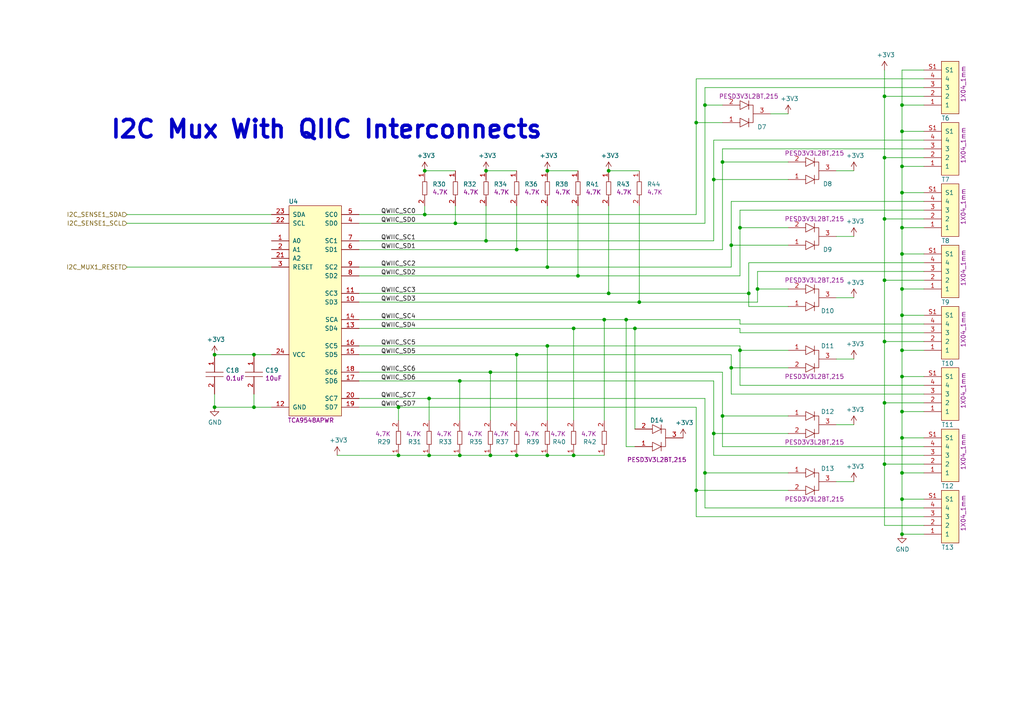
<source format=kicad_sch>
(kicad_sch (version 20231120) (generator "eeschema") (generator_version "8.0")
  (paper "A4")
  (junction (at 62.23 102.87))
  (junction (at 115.57 132.08))
  (junction (at 158.75 77.47))
  (junction (at 62.23 118.11))
  (junction (at 212.09 71.12))
  (junction (at 149.86 102.87))
  (junction (at 133.35 132.08))
  (junction (at 142.24 132.08))
  (junction (at 73.66 118.11))
  (junction (at 256.54 63.5))
  (junction (at 73.66 102.87))
  (junction (at 207.01 52.07))
  (junction (at 261.62 66.04))
  (junction (at 204.47 30.48))
  (junction (at 158.75 132.08))
  (junction (at 261.62 38.1))
  (junction (at 219.71 83.82))
  (junction (at 124.46 132.08))
  (junction (at 214.63 101.6))
  (junction (at 175.26 92.71))
  (junction (at 256.54 45.72))
  (junction (at 176.53 85.09))
  (junction (at 261.62 91.44))
  (junction (at 115.57 118.11))
  (junction (at 261.62 119.38))
  (junction (at 209.55 46.99))
  (junction (at 176.53 49.53))
  (junction (at 214.63 66.04))
  (junction (at 261.62 154.94))
  (junction (at 158.75 100.33))
  (junction (at 142.24 107.95))
  (junction (at 261.62 73.66))
  (junction (at 256.54 81.28))
  (junction (at 123.19 49.53))
  (junction (at 133.35 110.49))
  (junction (at 184.15 95.25))
  (junction (at 212.09 106.68))
  (junction (at 261.62 101.6))
  (junction (at 140.97 69.85))
  (junction (at 181.61 92.71))
  (junction (at 217.17 85.09))
  (junction (at 256.54 27.94))
  (junction (at 149.86 72.39))
  (junction (at 149.86 132.08))
  (junction (at 201.93 142.24))
  (junction (at 261.62 137.16))
  (junction (at 204.47 137.16))
  (junction (at 123.19 62.23))
  (junction (at 207.01 125.73))
  (junction (at 201.93 35.56))
  (junction (at 261.62 109.22))
  (junction (at 261.62 144.78))
  (junction (at 261.62 48.26))
  (junction (at 167.64 80.01))
  (junction (at 124.46 115.57))
  (junction (at 256.54 134.62))
  (junction (at 140.97 49.53))
  (junction (at 166.37 132.08))
  (junction (at 209.55 120.65))
  (junction (at 261.62 55.88))
  (junction (at 261.62 83.82))
  (junction (at 256.54 99.06))
  (junction (at 132.08 64.77))
  (junction (at 256.54 116.84))
  (junction (at 261.62 30.48))
  (junction (at 261.62 127))
  (junction (at 158.75 49.53))
  (junction (at 166.37 95.25))
  (junction (at 185.42 87.63))
  (wire (pts (xy 181.61 92.71) (xy 214.63 92.71)))
  (wire (pts (xy 256.54 99.06) (xy 256.54 116.84)))
  (wire (pts (xy 214.63 111.76) (xy 267.97 111.76)))
  (wire (pts (xy 204.47 64.77) (xy 132.08 64.77)))
  (wire (pts (xy 201.93 62.23) (xy 201.93 35.56)))
  (wire (pts (xy 201.93 142.24) (xy 201.93 118.11)))
  (wire (pts (xy 175.26 121.92) (xy 175.26 92.71)))
  (wire (pts (xy 214.63 66.04) (xy 214.63 80.01)))
  (wire (pts (xy 228.6 46.99) (xy 209.55 46.99)))
  (wire (pts (xy 181.61 129.54) (xy 181.61 92.71)))
  (wire (pts (xy 261.62 137.16) (xy 261.62 127)))
  (wire (pts (xy 209.55 46.99) (xy 209.55 72.39)))
  (wire (pts (xy 184.15 124.46) (xy 184.15 95.25)))
  (wire (pts (xy 256.54 116.84) (xy 256.54 134.62)))
  (wire (pts (xy 214.63 93.98) (xy 267.97 93.98)))
  (wire (pts (xy 207.01 132.08) (xy 207.01 125.73)))
  (wire (pts (xy 124.46 121.92) (xy 124.46 115.57)))
  (wire (pts (xy 228.6 83.82) (xy 219.71 83.82)))
  (wire (pts (xy 204.47 147.32) (xy 267.97 147.32)))
  (wire (pts (xy 214.63 101.6) (xy 214.63 111.76)))
  (wire (pts (xy 142.24 107.95) (xy 209.55 107.95)))
  (wire (pts (xy 261.62 101.6) (xy 261.62 91.44)))
  (wire (pts (xy 166.37 121.92) (xy 166.37 95.25)))
  (wire (pts (xy 256.54 20.32) (xy 256.54 27.94)))
  (wire (pts (xy 184.15 95.25) (xy 166.37 95.25)))
  (wire (pts (xy 228.6 106.68) (xy 212.09 106.68)))
  (wire (pts (xy 267.97 45.72) (xy 256.54 45.72)))
  (wire (pts (xy 140.97 59.69) (xy 140.97 69.85)))
  (wire (pts (xy 78.74 62.23) (xy 36.83 62.23)))
  (wire (pts (xy 149.86 59.69) (xy 149.86 72.39)))
  (wire (pts (xy 256.54 45.72) (xy 256.54 63.5)))
  (wire (pts (xy 124.46 132.08) (xy 133.35 132.08)))
  (wire (pts (xy 261.62 127) (xy 261.62 119.38)))
  (wire (pts (xy 212.09 114.3) (xy 212.09 106.68)))
  (wire (pts (xy 204.47 115.57) (xy 204.47 137.16)))
  (wire (pts (xy 73.66 114.3) (xy 73.66 118.11)))
  (wire (pts (xy 267.97 55.88) (xy 261.62 55.88)))
  (wire (pts (xy 261.62 20.32) (xy 267.97 20.32)))
  (wire (pts (xy 228.6 88.9) (xy 217.17 88.9)))
  (wire (pts (xy 158.75 59.69) (xy 158.75 77.47)))
  (wire (pts (xy 176.53 85.09) (xy 217.17 85.09)))
  (wire (pts (xy 204.47 137.16) (xy 204.47 147.32)))
  (wire (pts (xy 133.35 110.49) (xy 104.14 110.49)))
  (wire (pts (xy 214.63 80.01) (xy 167.64 80.01)))
  (wire (pts (xy 261.62 119.38) (xy 261.62 109.22)))
  (wire (pts (xy 267.97 134.62) (xy 256.54 134.62)))
  (wire (pts (xy 207.01 69.85) (xy 207.01 52.07)))
  (wire (pts (xy 115.57 118.11) (xy 104.14 118.11)))
  (wire (pts (xy 261.62 154.94) (xy 267.97 154.94)))
  (wire (pts (xy 267.97 109.22) (xy 261.62 109.22)))
  (wire (pts (xy 62.23 114.3) (xy 62.23 118.11)))
  (wire (pts (xy 167.64 80.01) (xy 104.14 80.01)))
  (wire (pts (xy 267.97 114.3) (xy 212.09 114.3)))
  (wire (pts (xy 256.54 134.62) (xy 256.54 152.4)))
  (wire (pts (xy 261.62 73.66) (xy 261.62 66.04)))
  (wire (pts (xy 209.55 72.39) (xy 149.86 72.39)))
  (wire (pts (xy 256.54 152.4) (xy 267.97 152.4)))
  (wire (pts (xy 267.97 43.18) (xy 209.55 43.18)))
  (wire (pts (xy 201.93 118.11) (xy 115.57 118.11)))
  (wire (pts (xy 104.14 92.71) (xy 175.26 92.71)))
  (wire (pts (xy 267.97 38.1) (xy 261.62 38.1)))
  (wire (pts (xy 242.57 49.53) (xy 247.65 49.53)))
  (wire (pts (xy 228.6 120.65) (xy 209.55 120.65)))
  (wire (pts (xy 261.62 48.26) (xy 267.97 48.26)))
  (wire (pts (xy 204.47 25.4) (xy 204.47 30.48)))
  (wire (pts (xy 242.57 104.14) (xy 247.65 104.14)))
  (wire (pts (xy 78.74 64.77) (xy 36.83 64.77)))
  (wire (pts (xy 219.71 78.74) (xy 219.71 83.82)))
  (wire (pts (xy 207.01 125.73) (xy 207.01 110.49)))
  (wire (pts (xy 212.09 102.87) (xy 149.86 102.87)))
  (wire (pts (xy 228.6 66.04) (xy 214.63 66.04)))
  (wire (pts (xy 123.19 49.53) (xy 132.08 49.53)))
  (wire (pts (xy 140.97 49.53) (xy 149.86 49.53)))
  (wire (pts (xy 261.62 101.6) (xy 267.97 101.6)))
  (wire (pts (xy 256.54 81.28) (xy 256.54 99.06)))
  (wire (pts (xy 78.74 77.47) (xy 36.83 77.47)))
  (wire (pts (xy 73.66 102.87) (xy 62.23 102.87)))
  (wire (pts (xy 261.62 109.22) (xy 261.62 101.6)))
  (wire (pts (xy 267.97 144.78) (xy 261.62 144.78)))
  (wire (pts (xy 104.14 62.23) (xy 123.19 62.23)))
  (wire (pts (xy 212.09 77.47) (xy 212.09 71.12)))
  (wire (pts (xy 261.62 137.16) (xy 261.62 144.78)))
  (wire (pts (xy 214.63 96.52) (xy 214.63 95.25)))
  (wire (pts (xy 142.24 132.08) (xy 133.35 132.08)))
  (wire (pts (xy 267.97 127) (xy 261.62 127)))
  (wire (pts (xy 209.55 107.95) (xy 209.55 120.65)))
  (wire (pts (xy 207.01 110.49) (xy 133.35 110.49)))
  (wire (pts (xy 204.47 30.48) (xy 204.47 64.77)))
  (wire (pts (xy 267.97 73.66) (xy 261.62 73.66)))
  (wire (pts (xy 214.63 100.33) (xy 214.63 101.6)))
  (wire (pts (xy 267.97 63.5) (xy 256.54 63.5)))
  (wire (pts (xy 149.86 102.87) (xy 104.14 102.87)))
  (wire (pts (xy 228.6 52.07) (xy 207.01 52.07)))
  (wire (pts (xy 185.42 87.63) (xy 104.14 87.63)))
  (wire (pts (xy 175.26 92.71) (xy 181.61 92.71)))
  (wire (pts (xy 62.23 118.11) (xy 73.66 118.11)))
  (wire (pts (xy 167.64 59.69) (xy 167.64 80.01)))
  (wire (pts (xy 261.62 66.04) (xy 261.62 55.88)))
  (wire (pts (xy 256.54 27.94) (xy 256.54 45.72)))
  (wire (pts (xy 267.97 81.28) (xy 256.54 81.28)))
  (wire (pts (xy 124.46 115.57) (xy 204.47 115.57)))
  (wire (pts (xy 228.6 125.73) (xy 207.01 125.73)))
  (wire (pts (xy 201.93 35.56) (xy 201.93 22.86)))
  (wire (pts (xy 104.14 100.33) (xy 158.75 100.33)))
  (wire (pts (xy 124.46 132.08) (xy 115.57 132.08)))
  (wire (pts (xy 209.55 43.18) (xy 209.55 46.99)))
  (wire (pts (xy 149.86 72.39) (xy 104.14 72.39)))
  (wire (pts (xy 217.17 88.9) (xy 217.17 85.09)))
  (wire (pts (xy 261.62 91.44) (xy 267.97 91.44)))
  (wire (pts (xy 175.26 132.08) (xy 166.37 132.08)))
  (wire (pts (xy 267.97 132.08) (xy 207.01 132.08)))
  (wire (pts (xy 261.62 30.48) (xy 261.62 20.32)))
  (wire (pts (xy 212.09 58.42) (xy 267.97 58.42)))
  (wire (pts (xy 228.6 142.24) (xy 201.93 142.24)))
  (wire (pts (xy 267.97 60.96) (xy 214.63 60.96)))
  (wire (pts (xy 201.93 149.86) (xy 201.93 142.24)))
  (wire (pts (xy 207.01 40.64) (xy 267.97 40.64)))
  (wire (pts (xy 214.63 92.71) (xy 214.63 93.98)))
  (wire (pts (xy 261.62 83.82) (xy 267.97 83.82)))
  (wire (pts (xy 97.79 132.08) (xy 115.57 132.08)))
  (wire (pts (xy 166.37 95.25) (xy 104.14 95.25)))
  (wire (pts (xy 261.62 55.88) (xy 261.62 48.26)))
  (wire (pts (xy 242.57 86.36) (xy 247.65 86.36)))
  (wire (pts (xy 201.93 22.86) (xy 267.97 22.86)))
  (wire (pts (xy 209.55 30.48) (xy 204.47 30.48)))
  (wire (pts (xy 184.15 129.54) (xy 181.61 129.54)))
  (wire (pts (xy 212.09 106.68) (xy 212.09 102.87)))
  (wire (pts (xy 219.71 83.82) (xy 219.71 87.63)))
  (wire (pts (xy 142.24 121.92) (xy 142.24 107.95)))
  (wire (pts (xy 149.86 121.92) (xy 149.86 102.87)))
  (wire (pts (xy 261.62 91.44) (xy 261.62 83.82)))
  (wire (pts (xy 104.14 85.09) (xy 176.53 85.09)))
  (wire (pts (xy 158.75 132.08) (xy 166.37 132.08)))
  (wire (pts (xy 207.01 52.07) (xy 207.01 40.64)))
  (wire (pts (xy 73.66 102.87) (xy 78.74 102.87)))
  (wire (pts (xy 158.75 121.92) (xy 158.75 100.33)))
  (wire (pts (xy 204.47 25.4) (xy 267.97 25.4)))
  (wire (pts (xy 242.57 68.58) (xy 247.65 68.58)))
  (wire (pts (xy 209.55 35.56) (xy 201.93 35.56)))
  (wire (pts (xy 267.97 149.86) (xy 201.93 149.86)))
  (wire (pts (xy 104.14 77.47) (xy 158.75 77.47)))
  (wire (pts (xy 132.08 64.77) (xy 104.14 64.77)))
  (wire (pts (xy 133.35 121.92) (xy 133.35 110.49)))
  (wire (pts (xy 104.14 115.57) (xy 124.46 115.57)))
  (wire (pts (xy 176.53 49.53) (xy 185.42 49.53)))
  (wire (pts (xy 228.6 71.12) (xy 212.09 71.12)))
  (wire (pts (xy 261.62 30.48) (xy 267.97 30.48)))
  (wire (pts (xy 219.71 87.63) (xy 185.42 87.63)))
  (wire (pts (xy 223.52 33.02) (xy 228.6 33.02)))
  (wire (pts (xy 261.62 83.82) (xy 261.62 73.66)))
  (wire (pts (xy 176.53 59.69) (xy 176.53 85.09)))
  (wire (pts (xy 214.63 96.52) (xy 267.97 96.52)))
  (wire (pts (xy 228.6 101.6) (xy 214.63 101.6)))
  (wire (pts (xy 261.62 119.38) (xy 267.97 119.38)))
  (wire (pts (xy 267.97 78.74) (xy 219.71 78.74)))
  (wire (pts (xy 132.08 59.69) (xy 132.08 64.77)))
  (wire (pts (xy 158.75 100.33) (xy 214.63 100.33)))
  (wire (pts (xy 140.97 69.85) (xy 207.01 69.85)))
  (wire (pts (xy 123.19 59.69) (xy 123.19 62.23)))
  (wire (pts (xy 261.62 38.1) (xy 261.62 30.48)))
  (wire (pts (xy 267.97 27.94) (xy 256.54 27.94)))
  (wire (pts (xy 228.6 137.16) (xy 204.47 137.16)))
  (wire (pts (xy 256.54 63.5) (xy 256.54 81.28)))
  (wire (pts (xy 261.62 144.78) (xy 261.62 154.94)))
  (wire (pts (xy 104.14 69.85) (xy 140.97 69.85)))
  (wire (pts (xy 261.62 48.26) (xy 261.62 38.1)))
  (wire (pts (xy 242.57 139.7) (xy 247.65 139.7)))
  (wire (pts (xy 104.14 107.95) (xy 142.24 107.95)))
  (wire (pts (xy 267.97 99.06) (xy 256.54 99.06)))
  (wire (pts (xy 158.75 132.08) (xy 149.86 132.08)))
  (wire (pts (xy 217.17 85.09) (xy 217.17 76.2)))
  (wire (pts (xy 73.66 118.11) (xy 78.74 118.11)))
  (wire (pts (xy 158.75 49.53) (xy 167.64 49.53)))
  (wire (pts (xy 261.62 66.04) (xy 267.97 66.04)))
  (wire (pts (xy 185.42 59.69) (xy 185.42 87.63)))
  (wire (pts (xy 214.63 60.96) (xy 214.63 66.04)))
  (wire (pts (xy 115.57 118.11) (xy 115.57 121.92)))
  (wire (pts (xy 217.17 76.2) (xy 267.97 76.2)))
  (wire (pts (xy 214.63 95.25) (xy 184.15 95.25)))
  (wire (pts (xy 209.55 129.54) (xy 267.97 129.54)))
  (wire (pts (xy 261.62 137.16) (xy 267.97 137.16)))
  (wire (pts (xy 242.57 123.19) (xy 247.65 123.19)))
  (wire (pts (xy 212.09 71.12) (xy 212.09 58.42)))
  (wire (pts (xy 142.24 132.08) (xy 149.86 132.08)))
  (wire (pts (xy 158.75 77.47) (xy 212.09 77.47)))
  (wire (pts (xy 123.19 62.23) (xy 201.93 62.23)))
  (wire (pts (xy 267.97 116.84) (xy 256.54 116.84)))
  (wire (pts (xy 209.55 120.65) (xy 209.55 129.54)))
  (text "I2C Mux With QIIC Interconnects" (at 31.75 40.64 0) (effects (font (size 5.08 5.08) (thickness 1.016) (bold yes)) (justify left bottom)))
  (label "QWIIC_SD3" (at 110.49 87.63 0))
  (label "QWIIC_SD6" (at 110.49 110.49 0))
  (label "QWIIC_SD0" (at 110.49 64.77 0))
  (label "QWIIC_SC7" (at 110.49 115.57 0))
  (label "QWIIC_SC2" (at 110.49 77.47 0))
  (label "QWIIC_SC4" (at 110.49 92.71 0))
  (label "QWIIC_SD5" (at 110.49 102.87 0))
  (label "QWIIC_SC0" (at 110.49 62.23 0))
  (label "QWIIC_SC5" (at 110.49 100.33 0))
  (label "QWIIC_SD1" (at 110.49 72.39 0))
  (label "QWIIC_SD4" (at 110.49 95.25 0))
  (label "QWIIC_SC1" (at 110.49 69.85 0))
  (label "QWIIC_SD2" (at 110.49 80.01 0))
  (label "QWIIC_SC3" (at 110.49 85.09 0))
  (label "QWIIC_SC6" (at 110.49 107.95 0))
  (label "QWIIC_SD7" (at 110.49 118.11 0))
  (hierarchical_label "I2C_MUX1_RESET" (shape input) (at 36.83 77.47 180))
  (hierarchical_label "I2C_SENSE1_SDA" (shape input) (at 36.83 62.23 180))
  (hierarchical_label "I2C_SENSE1_SCL" (shape input) (at 36.83 64.77 180))
  (symbol (lib_id "AVR-KiCAD-Lib-Connectors:BM04B-SRSS-TB(LF)(SN)") (at 273.05 33.02 0) (mirror x) (unit 1)
    (property "Reference" "T6" (at 273.05 34.29 0) (effects (justify left)))
    (property "Value" "BM04B-SRSS-TB(LF)(SN)" (effects (hide yes)))
    (property "Footprint" "AVR-KiCAD-Lib-Connectors:CONN_BM04B-SRSS-TB(LF)(SN)" (effects (hide yes)))
    (property "Datasheet" "http://www.jst-mfg.com/product/pdf/eng/eSH.pdf" (effects (hide yes)))
    (property "Cost QTY: 1" "0.63000" (effects (hide yes)))
    (property "Cost QTY: 1000" "0.28713" (effects (hide yes)))
    (property "Cost QTY: 2500" "*" (effects (hide yes)))
    (property "Cost QTY: 5000" "*" (effects (hide yes)))
    (property "Cost QTY: 10000" "0.24226" (effects (hide yes)))
    (property "MFR" "JST Sales America Inc." (effects (hide yes)))
    (property "MFR#" "BM04B-SRSS-TB(LF)(SN)" (effects (hide yes)))
    (property "Vendor" "Digikey" (effects (hide yes)))
    (property "Vendor #" "455-1790-2-ND" (effects (hide yes)))
    (property "Designer" "AVR" (effects (hide yes)))
    (property "Height" "4.9mm" (effects (hide yes)))
    (property "Date Created" "6/18/2020" (effects (hide yes)))
    (property "Date Modified" "6/18/2020" (effects (hide yes)))
    (property "Lead-Free ?" "Yes" (effects (hide yes)))
    (property "RoHS Levels" "1" (effects (hide yes)))
    (property "Mounting" "SMT" (effects (hide yes)))
    (property "Pin Count #" "4" (effects (hide yes)))
    (property "Status" "Active" (effects (hide yes)))
    (property "Tolerance" "*" (effects (hide yes)))
    (property "Type" "Connector" (effects (hide yes)))
    (property "Voltage" "50V" (effects (hide yes)))
    (property "Package" "*" (effects (hide yes)))
    (property "Description" "Connector Header Surface Mount 4 position 0.039\" (1.00mm)" (effects (hide yes)))
    (property "_Value_" "1X04_1mm" (at 279.4 19.05 90) (effects (justify left)))
    (property "Management_ID" "*" (effects (hide yes)))
  )
  (symbol (lib_id "AVR-KiCAD-Lib-Connectors:BM04B-SRSS-TB(LF)(SN)") (at 273.05 50.8 0) (mirror x) (unit 1)
    (property "Reference" "T7" (at 273.05 52.07 0) (effects (justify left)))
    (property "Value" "BM04B-SRSS-TB(LF)(SN)" (effects (hide yes)))
    (property "Footprint" "AVR-KiCAD-Lib-Connectors:CONN_BM04B-SRSS-TB(LF)(SN)" (effects (hide yes)))
    (property "Datasheet" "http://www.jst-mfg.com/product/pdf/eng/eSH.pdf" (effects (hide yes)))
    (property "Cost QTY: 1" "0.63000" (effects (hide yes)))
    (property "Cost QTY: 1000" "0.28713" (effects (hide yes)))
    (property "Cost QTY: 2500" "*" (effects (hide yes)))
    (property "Cost QTY: 5000" "*" (effects (hide yes)))
    (property "Cost QTY: 10000" "0.24226" (effects (hide yes)))
    (property "MFR" "JST Sales America Inc." (effects (hide yes)))
    (property "MFR#" "BM04B-SRSS-TB(LF)(SN)" (effects (hide yes)))
    (property "Vendor" "Digikey" (effects (hide yes)))
    (property "Vendor #" "455-1790-2-ND" (effects (hide yes)))
    (property "Designer" "AVR" (effects (hide yes)))
    (property "Height" "4.9mm" (effects (hide yes)))
    (property "Date Created" "6/18/2020" (effects (hide yes)))
    (property "Date Modified" "6/18/2020" (effects (hide yes)))
    (property "Lead-Free ?" "Yes" (effects (hide yes)))
    (property "RoHS Levels" "1" (effects (hide yes)))
    (property "Mounting" "SMT" (effects (hide yes)))
    (property "Pin Count #" "4" (effects (hide yes)))
    (property "Status" "Active" (effects (hide yes)))
    (property "Tolerance" "*" (effects (hide yes)))
    (property "Type" "Connector" (effects (hide yes)))
    (property "Voltage" "50V" (effects (hide yes)))
    (property "Package" "*" (effects (hide yes)))
    (property "Description" "Connector Header Surface Mount 4 position 0.039\" (1.00mm)" (effects (hide yes)))
    (property "_Value_" "1X04_1mm" (at 279.4 36.83 90) (effects (justify left)))
    (property "Management_ID" "*" (effects (hide yes)))
  )
  (symbol (lib_id "AVR-KiCAD-Lib-Connectors:BM04B-SRSS-TB(LF)(SN)") (at 273.05 68.58 0) (mirror x) (unit 1)
    (property "Reference" "T8" (at 273.05 69.85 0) (effects (justify left)))
    (property "Value" "BM04B-SRSS-TB(LF)(SN)" (effects (hide yes)))
    (property "Footprint" "AVR-KiCAD-Lib-Connectors:CONN_BM04B-SRSS-TB(LF)(SN)" (effects (hide yes)))
    (property "Datasheet" "http://www.jst-mfg.com/product/pdf/eng/eSH.pdf" (effects (hide yes)))
    (property "Cost QTY: 1" "0.63000" (effects (hide yes)))
    (property "Cost QTY: 1000" "0.28713" (effects (hide yes)))
    (property "Cost QTY: 2500" "*" (effects (hide yes)))
    (property "Cost QTY: 5000" "*" (effects (hide yes)))
    (property "Cost QTY: 10000" "0.24226" (effects (hide yes)))
    (property "MFR" "JST Sales America Inc." (effects (hide yes)))
    (property "MFR#" "BM04B-SRSS-TB(LF)(SN)" (effects (hide yes)))
    (property "Vendor" "Digikey" (effects (hide yes)))
    (property "Vendor #" "455-1790-2-ND" (effects (hide yes)))
    (property "Designer" "AVR" (effects (hide yes)))
    (property "Height" "4.9mm" (effects (hide yes)))
    (property "Date Created" "6/18/2020" (effects (hide yes)))
    (property "Date Modified" "6/18/2020" (effects (hide yes)))
    (property "Lead-Free ?" "Yes" (effects (hide yes)))
    (property "RoHS Levels" "1" (effects (hide yes)))
    (property "Mounting" "SMT" (effects (hide yes)))
    (property "Pin Count #" "4" (effects (hide yes)))
    (property "Status" "Active" (effects (hide yes)))
    (property "Tolerance" "*" (effects (hide yes)))
    (property "Type" "Connector" (effects (hide yes)))
    (property "Voltage" "50V" (effects (hide yes)))
    (property "Package" "*" (effects (hide yes)))
    (property "Description" "Connector Header Surface Mount 4 position 0.039\" (1.00mm)" (effects (hide yes)))
    (property "_Value_" "1X04_1mm" (at 279.4 54.61 90) (effects (justify left)))
    (property "Management_ID" "*" (effects (hide yes)))
  )
  (symbol (lib_id "AVR-KiCAD-Lib-Connectors:BM04B-SRSS-TB(LF)(SN)") (at 273.05 86.36 0) (mirror x) (unit 1)
    (property "Reference" "T9" (at 273.05 87.63 0) (effects (justify left)))
    (property "Value" "BM04B-SRSS-TB(LF)(SN)" (effects (hide yes)))
    (property "Footprint" "AVR-KiCAD-Lib-Connectors:CONN_BM04B-SRSS-TB(LF)(SN)" (effects (hide yes)))
    (property "Datasheet" "http://www.jst-mfg.com/product/pdf/eng/eSH.pdf" (effects (hide yes)))
    (property "Cost QTY: 1" "0.63000" (effects (hide yes)))
    (property "Cost QTY: 1000" "0.28713" (effects (hide yes)))
    (property "Cost QTY: 2500" "*" (effects (hide yes)))
    (property "Cost QTY: 5000" "*" (effects (hide yes)))
    (property "Cost QTY: 10000" "0.24226" (effects (hide yes)))
    (property "MFR" "JST Sales America Inc." (effects (hide yes)))
    (property "MFR#" "BM04B-SRSS-TB(LF)(SN)" (effects (hide yes)))
    (property "Vendor" "Digikey" (effects (hide yes)))
    (property "Vendor #" "455-1790-2-ND" (effects (hide yes)))
    (property "Designer" "AVR" (effects (hide yes)))
    (property "Height" "4.9mm" (effects (hide yes)))
    (property "Date Created" "6/18/2020" (effects (hide yes)))
    (property "Date Modified" "6/18/2020" (effects (hide yes)))
    (property "Lead-Free ?" "Yes" (effects (hide yes)))
    (property "RoHS Levels" "1" (effects (hide yes)))
    (property "Mounting" "SMT" (effects (hide yes)))
    (property "Pin Count #" "4" (effects (hide yes)))
    (property "Status" "Active" (effects (hide yes)))
    (property "Tolerance" "*" (effects (hide yes)))
    (property "Type" "Connector" (effects (hide yes)))
    (property "Voltage" "50V" (effects (hide yes)))
    (property "Package" "*" (effects (hide yes)))
    (property "Description" "Connector Header Surface Mount 4 position 0.039\" (1.00mm)" (effects (hide yes)))
    (property "_Value_" "1X04_1mm" (at 279.4 72.39 90) (effects (justify left)))
    (property "Management_ID" "*" (effects (hide yes)))
  )
  (symbol (lib_id "AVR-KiCAD-Lib-Connectors:BM04B-SRSS-TB(LF)(SN)") (at 273.05 104.14 0) (mirror x) (unit 1)
    (property "Reference" "T10" (at 273.05 105.41 0) (effects (justify left)))
    (property "Value" "BM04B-SRSS-TB(LF)(SN)" (effects (hide yes)))
    (property "Footprint" "AVR-KiCAD-Lib-Connectors:CONN_BM04B-SRSS-TB(LF)(SN)" (effects (hide yes)))
    (property "Datasheet" "http://www.jst-mfg.com/product/pdf/eng/eSH.pdf" (effects (hide yes)))
    (property "Cost QTY: 1" "0.63000" (effects (hide yes)))
    (property "Cost QTY: 1000" "0.28713" (effects (hide yes)))
    (property "Cost QTY: 2500" "*" (effects (hide yes)))
    (property "Cost QTY: 5000" "*" (effects (hide yes)))
    (property "Cost QTY: 10000" "0.24226" (effects (hide yes)))
    (property "MFR" "JST Sales America Inc." (effects (hide yes)))
    (property "MFR#" "BM04B-SRSS-TB(LF)(SN)" (effects (hide yes)))
    (property "Vendor" "Digikey" (effects (hide yes)))
    (property "Vendor #" "455-1790-2-ND" (effects (hide yes)))
    (property "Designer" "AVR" (effects (hide yes)))
    (property "Height" "4.9mm" (effects (hide yes)))
    (property "Date Created" "6/18/2020" (effects (hide yes)))
    (property "Date Modified" "6/18/2020" (effects (hide yes)))
    (property "Lead-Free ?" "Yes" (effects (hide yes)))
    (property "RoHS Levels" "1" (effects (hide yes)))
    (property "Mounting" "SMT" (effects (hide yes)))
    (property "Pin Count #" "4" (effects (hide yes)))
    (property "Status" "Active" (effects (hide yes)))
    (property "Tolerance" "*" (effects (hide yes)))
    (property "Type" "Connector" (effects (hide yes)))
    (property "Voltage" "50V" (effects (hide yes)))
    (property "Package" "*" (effects (hide yes)))
    (property "Description" "Connector Header Surface Mount 4 position 0.039\" (1.00mm)" (effects (hide yes)))
    (property "_Value_" "1X04_1mm" (at 279.4 90.17 90) (effects (justify left)))
    (property "Management_ID" "*" (effects (hide yes)))
  )
  (symbol (lib_id "AVR-KiCAD-Lib-Connectors:BM04B-SRSS-TB(LF)(SN)") (at 273.05 121.92 0) (mirror x) (unit 1)
    (property "Reference" "T11" (at 273.05 123.19 0) (effects (justify left)))
    (property "Value" "BM04B-SRSS-TB(LF)(SN)" (effects (hide yes)))
    (property "Footprint" "AVR-KiCAD-Lib-Connectors:CONN_BM04B-SRSS-TB(LF)(SN)" (effects (hide yes)))
    (property "Datasheet" "http://www.jst-mfg.com/product/pdf/eng/eSH.pdf" (effects (hide yes)))
    (property "Cost QTY: 1" "0.63000" (effects (hide yes)))
    (property "Cost QTY: 1000" "0.28713" (effects (hide yes)))
    (property "Cost QTY: 2500" "*" (effects (hide yes)))
    (property "Cost QTY: 5000" "*" (effects (hide yes)))
    (property "Cost QTY: 10000" "0.24226" (effects (hide yes)))
    (property "MFR" "JST Sales America Inc." (effects (hide yes)))
    (property "MFR#" "BM04B-SRSS-TB(LF)(SN)" (effects (hide yes)))
    (property "Vendor" "Digikey" (effects (hide yes)))
    (property "Vendor #" "455-1790-2-ND" (effects (hide yes)))
    (property "Designer" "AVR" (effects (hide yes)))
    (property "Height" "4.9mm" (effects (hide yes)))
    (property "Date Created" "6/18/2020" (effects (hide yes)))
    (property "Date Modified" "6/18/2020" (effects (hide yes)))
    (property "Lead-Free ?" "Yes" (effects (hide yes)))
    (property "RoHS Levels" "1" (effects (hide yes)))
    (property "Mounting" "SMT" (effects (hide yes)))
    (property "Pin Count #" "4" (effects (hide yes)))
    (property "Status" "Active" (effects (hide yes)))
    (property "Tolerance" "*" (effects (hide yes)))
    (property "Type" "Connector" (effects (hide yes)))
    (property "Voltage" "50V" (effects (hide yes)))
    (property "Package" "*" (effects (hide yes)))
    (property "Description" "Connector Header Surface Mount 4 position 0.039\" (1.00mm)" (effects (hide yes)))
    (property "_Value_" "1X04_1mm" (at 279.4 107.95 90) (effects (justify left)))
    (property "Management_ID" "*" (effects (hide yes)))
  )
  (symbol (lib_id "AVR-KiCAD-Lib-Connectors:BM04B-SRSS-TB(LF)(SN)") (at 273.05 139.7 0) (mirror x) (unit 1)
    (property "Reference" "T12" (at 273.05 140.97 0) (effects (justify left)))
    (property "Value" "BM04B-SRSS-TB(LF)(SN)" (effects (hide yes)))
    (property "Footprint" "AVR-KiCAD-Lib-Connectors:CONN_BM04B-SRSS-TB(LF)(SN)" (effects (hide yes)))
    (property "Datasheet" "http://www.jst-mfg.com/product/pdf/eng/eSH.pdf" (effects (hide yes)))
    (property "Cost QTY: 1" "0.63000" (effects (hide yes)))
    (property "Cost QTY: 1000" "0.28713" (effects (hide yes)))
    (property "Cost QTY: 2500" "*" (effects (hide yes)))
    (property "Cost QTY: 5000" "*" (effects (hide yes)))
    (property "Cost QTY: 10000" "0.24226" (effects (hide yes)))
    (property "MFR" "JST Sales America Inc." (effects (hide yes)))
    (property "MFR#" "BM04B-SRSS-TB(LF)(SN)" (effects (hide yes)))
    (property "Vendor" "Digikey" (effects (hide yes)))
    (property "Vendor #" "455-1790-2-ND" (effects (hide yes)))
    (property "Designer" "AVR" (effects (hide yes)))
    (property "Height" "4.9mm" (effects (hide yes)))
    (property "Date Created" "6/18/2020" (effects (hide yes)))
    (property "Date Modified" "6/18/2020" (effects (hide yes)))
    (property "Lead-Free ?" "Yes" (effects (hide yes)))
    (property "RoHS Levels" "1" (effects (hide yes)))
    (property "Mounting" "SMT" (effects (hide yes)))
    (property "Pin Count #" "4" (effects (hide yes)))
    (property "Status" "Active" (effects (hide yes)))
    (property "Tolerance" "*" (effects (hide yes)))
    (property "Type" "Connector" (effects (hide yes)))
    (property "Voltage" "50V" (effects (hide yes)))
    (property "Package" "*" (effects (hide yes)))
    (property "Description" "Connector Header Surface Mount 4 position 0.039\" (1.00mm)" (effects (hide yes)))
    (property "_Value_" "1X04_1mm" (at 279.4 125.73 90) (effects (justify left)))
    (property "Management_ID" "*" (effects (hide yes)))
  )
  (symbol (lib_id "AVR-KiCAD-Lib-Connectors:BM04B-SRSS-TB(LF)(SN)") (at 273.05 157.48 0) (mirror x) (unit 1)
    (property "Reference" "T13" (at 273.05 158.75 0) (effects (justify left)))
    (property "Value" "BM04B-SRSS-TB(LF)(SN)" (effects (hide yes)))
    (property "Footprint" "AVR-KiCAD-Lib-Connectors:CONN_BM04B-SRSS-TB(LF)(SN)" (effects (hide yes)))
    (property "Datasheet" "http://www.jst-mfg.com/product/pdf/eng/eSH.pdf" (effects (hide yes)))
    (property "Cost QTY: 1" "0.63000" (effects (hide yes)))
    (property "Cost QTY: 1000" "0.28713" (effects (hide yes)))
    (property "Cost QTY: 2500" "*" (effects (hide yes)))
    (property "Cost QTY: 5000" "*" (effects (hide yes)))
    (property "Cost QTY: 10000" "0.24226" (effects (hide yes)))
    (property "MFR" "JST Sales America Inc." (effects (hide yes)))
    (property "MFR#" "BM04B-SRSS-TB(LF)(SN)" (effects (hide yes)))
    (property "Vendor" "Digikey" (effects (hide yes)))
    (property "Vendor #" "455-1790-2-ND" (effects (hide yes)))
    (property "Designer" "AVR" (effects (hide yes)))
    (property "Height" "4.9mm" (effects (hide yes)))
    (property "Date Created" "6/18/2020" (effects (hide yes)))
    (property "Date Modified" "6/18/2020" (effects (hide yes)))
    (property "Lead-Free ?" "Yes" (effects (hide yes)))
    (property "RoHS Levels" "1" (effects (hide yes)))
    (property "Mounting" "SMT" (effects (hide yes)))
    (property "Pin Count #" "4" (effects (hide yes)))
    (property "Status" "Active" (effects (hide yes)))
    (property "Tolerance" "*" (effects (hide yes)))
    (property "Type" "Connector" (effects (hide yes)))
    (property "Voltage" "50V" (effects (hide yes)))
    (property "Package" "*" (effects (hide yes)))
    (property "Description" "Connector Header Surface Mount 4 position 0.039\" (1.00mm)" (effects (hide yes)))
    (property "_Value_" "1X04_1mm" (at 279.4 143.51 90) (effects (justify left)))
    (property "Management_ID" "*" (effects (hide yes)))
  )
  (symbol (lib_id "AVR-KiCAD-Lib-ICs:TCA9548APWR") (at 83.82 59.69 0) (unit 1)
    (property "Reference" "U4" (at 85.09 58.42 0))
    (property "Value" "TCA9548APWR" (effects (hide yes)))
    (property "Footprint" "AVR-KiCAD-Lib-ICs:TCA9548APWR" (effects (hide yes)))
    (property "Datasheet" "https://www.ti.com/lit/ds/symlink/tca9548a.pdf?HQS=TI-null-null-digikeymode-df-pf-null-wwe&ts=1592362720242" (effects (hide yes)))
    (property "Cost QTY: 1" "1.49000" (effects (hide yes)))
    (property "Cost QTY: 1000" "0.63000" (effects (hide yes)))
    (property "Cost QTY: 2500" "*" (effects (hide yes)))
    (property "Cost QTY: 5000" "*" (effects (hide yes)))
    (property "Cost QTY: 10000" "*" (effects (hide yes)))
    (property "MFR" "Texas Instruments" (effects (hide yes)))
    (property "MFR#" "TCA9548APWR" (effects (hide yes)))
    (property "Vendor" "Digikey" (effects (hide yes)))
    (property "Vendor #" "296-34905-1-ND" (effects (hide yes)))
    (property "Designer" "AVR" (effects (hide yes)))
    (property "Height" "1.2mm" (effects (hide yes)))
    (property "Date Created" "6/16/2020" (effects (hide yes)))
    (property "Date Modified" "6/16/2020" (effects (hide yes)))
    (property "Lead-Free ?" "Yes" (effects (hide yes)))
    (property "RoHS Levels" "1" (effects (hide yes)))
    (property "Mounting" "SMT" (effects (hide yes)))
    (property "Pin Count #" "24" (effects (hide yes)))
    (property "Status" "Active" (effects (hide yes)))
    (property "Tolerance" "*" (effects (hide yes)))
    (property "Type" "I2C MUX" (effects (hide yes)))
    (property "Voltage" "1.65V ~ 5.5V" (effects (hide yes)))
    (property "Package" "24-TSSOP" (effects (hide yes)))
    (property "Description" "IC I2C SW 8CH W/RESET 24TSSOP" (effects (hide yes)))
    (property "_Value_" "TCA9548APWR" (at 90.17 121.92 0))
    (property "Management_ID" "*" (effects (hide yes)))
  )
  (symbol (lib_id "agricoltura-SunLeaf-S1G-rescue:GND-power") (at 261.62 154.94 0) (unit 1)
    (property "Reference" "#PWR?" (effects (hide yes)))
    (property "Value" "GND" (at 261.747 159.3342 0))
    (instances (project "agricoltura-SunLeaf-S1G" (path "" (reference "#PWR032") (unit 1))))
  )
  (symbol (lib_id "agricoltura-SunLeaf-S1G-rescue:+3V3-power") (at 62.23 102.87 0) (unit 1)
    (property "Reference" "#PWR?" (effects (hide yes)))
    (property "Value" "+3V3" (at 62.611 98.4758 0))
    (instances (project "agricoltura-SunLeaf-S1G" (path "" (reference "#PWR029") (unit 1)) (path "" (reference "#PWR029") (unit 1))))
  )
  (symbol (lib_id "AVR-KiCAD-Lib-Capacitors:GRM188R61A106KE69J") (at 73.66 107.95 270) (unit 1)
    (property "Reference" "C?" (at 76.9112 107.4166 90) (effects (justify left)))
    (property "Value" "GRM188R61A106KE69J" (effects (hide yes)))
    (property "Footprint" "AVR-KiCAD-Lib-Capacitors:C0603" (effects (hide yes)))
    (property "Datasheet" "https://search.murata.co.jp/Ceramy/image/img/A01X/G101/ENG/GRM188R61A106KE69-01.pdf" (effects (hide yes)))
    (property "Cost QTY: 1" "0.18000" (effects (hide yes)))
    (property "Cost QTY: 1000" "0.03841" (effects (hide yes)))
    (property "Cost QTY: 2500" "0.03674" (effects (hide yes)))
    (property "Cost QTY: 5000" "0.03340" (effects (hide yes)))
    (property "Cost QTY: 10000" "0.02640" (effects (hide yes)))
    (property "MFR" "Murata Electronics" (effects (hide yes)))
    (property "MFR#" "GRM188R61A106KE69J" (effects (hide yes)))
    (property "Vendor" "Digikey" (effects (hide yes)))
    (property "Vendor #" "490-14372-2-ND" (effects (hide yes)))
    (property "Designer" "AVR" (effects (hide yes)))
    (property "Height" "0.95mm" (effects (hide yes)))
    (property "Date Created" "2/28/2020" (effects (hide yes)))
    (property "Date Modified" "2/28/2020" (effects (hide yes)))
    (property "Lead-Free ?" "Yes" (effects (hide yes)))
    (property "RoHS Levels" "1" (effects (hide yes)))
    (property "Mounting" "SMT" (effects (hide yes)))
    (property "Pin Count #" "2" (effects (hide yes)))
    (property "Status" "Active" (effects (hide yes)))
    (property "Tolerance" "10%" (effects (hide yes)))
    (property "Type" "Ceramic Cap" (effects (hide yes)))
    (property "Voltage" "10V" (effects (hide yes)))
    (property "Package" "0603" (effects (hide yes)))
    (property "Description" "10µF ±10% 10V Ceramic Capacitor X5R 0603 (1608 Metric)" (effects (hide yes)))
    (property "_Value_" "10uF" (at 76.9112 109.728 90) (effects (justify left)))
    (property "Management_ID" "*" (effects (hide yes)))
    (instances (project "agricoltura-SunLeaf-S1G" (path "" (reference "C19") (unit 1))))
  )
  (symbol (lib_id "AVR-KiCAD-Lib-Capacitors:C0402C104K9PACTU") (at 62.23 107.95 270) (unit 1)
    (property "Reference" "C?" (at 65.4812 107.4166 90) (effects (justify left)))
    (property "Value" "C0402C104K9PACTU" (effects (hide yes)))
    (property "Footprint" "AVR-KiCAD-Lib-Resistors:R0402" (effects (hide yes)))
    (property "Datasheet" "https://content.kemet.com/datasheets/KEM_C1006_X5R_SMD.pdf" (effects (hide yes)))
    (property "Cost QTY: 1" "0.10000" (effects (hide yes)))
    (property "Cost QTY: 1000" "0.01139" (effects (hide yes)))
    (property "Cost QTY: 2500" "0.01035" (effects (hide yes)))
    (property "Cost QTY: 5000" "0.00952" (effects (hide yes)))
    (property "Cost QTY: 10000" "0.00756" (effects (hide yes)))
    (property "MFR" "KEMET" (effects (hide yes)))
    (property "MFR#" "C0402C104K9PACTU" (effects (hide yes)))
    (property "Vendor" "Digikey" (effects (hide yes)))
    (property "Vendor #" "399-3026-6-ND" (effects (hide yes)))
    (property "Designer" "AVR" (effects (hide yes)))
    (property "Height" "0.55mm" (effects (hide yes)))
    (property "Date Created" "12/7/2019" (effects (hide yes)))
    (property "Date Modified" "12/7/2019" (effects (hide yes)))
    (property "Lead-Free ?" "Yes" (effects (hide yes)))
    (property "RoHS Levels" "1" (effects (hide yes)))
    (property "Mounting" "SMT" (effects (hide yes)))
    (property "Pin Count #" "2" (effects (hide yes)))
    (property "Status" "Active" (effects (hide yes)))
    (property "Tolerance" "10%" (effects (hide yes)))
    (property "Type" "Ceramic Cap" (effects (hide yes)))
    (property "Voltage" "6.3V" (effects (hide yes)))
    (property "Package" "0402" (effects (hide yes)))
    (property "Description" "0.1µF ±10% 6.3V Ceramic Capacitor X5R 0402 (1005 Metric)" (effects (hide yes)))
    (property "_Value_" "0.1uF" (at 65.4812 109.728 90) (effects (justify left)))
    (property "Management_ID" "*" (effects (hide yes)))
    (instances (project "agricoltura-SunLeaf-S1G" (path "" (reference "C18") (unit 1))))
  )
  (symbol (lib_id "agricoltura-SunLeaf-S1G-rescue:+3V3-power") (at 228.6 33.02 0) (unit 1)
    (property "Reference" "#PWR?" (effects (hide yes)))
    (property "Value" "+3V3" (at 228.981 28.6258 0))
    (instances (project "agricoltura-SunLeaf-S1G" (path "" (reference "#PWR031") (unit 1)) (path "" (reference "#PWR031") (unit 1))))
  )
  (symbol (lib_id "agricoltura-SunLeaf-S1G-rescue:GND-power") (at 62.23 118.11 0) (unit 1)
    (property "Reference" "#PWR?" (effects (hide yes)))
    (property "Value" "GND" (at 62.357 122.5042 0))
    (instances (project "agricoltura-SunLeaf-S1G" (path "" (reference "#PWR030") (unit 1))))
  )
  (symbol (lib_id "AVR-KiCAD-Lib-Resistors:RC0402FR-074K7L") (at 123.19 54.61 270) (unit 1)
    (property "Reference" "R30" (at 125.4252 53.4416 90) (effects (justify left)))
    (property "Value" "RC0402FR-074K7L" (effects (hide yes)))
    (property "Footprint" "AVR-KiCAD-Lib-Resistors:R0402" (effects (hide yes)))
    (property "Datasheet" "https://www.yageo.com/upload/media/product/productsearch/datasheet/rchip/PYu-RC_Group_51_RoHS_L_10.pdf" (effects (hide yes)))
    (property "Cost QTY: 1" "0.10000" (effects (hide yes)))
    (property "Cost QTY: 1000" "0.00289" (effects (hide yes)))
    (property "Cost QTY: 2500" "0.00251" (effects (hide yes)))
    (property "Cost QTY: 5000" "0.00207" (effects (hide yes)))
    (property "Cost QTY: 10000" "0.00163" (effects (hide yes)))
    (property "MFR" "Yageo" (effects (hide yes)))
    (property "MFR#" "RC0402FR-074K7L" (effects (hide yes)))
    (property "Vendor" "Digikey" (effects (hide yes)))
    (property "Vendor #" "311-4.7KLRCT-ND" (effects (hide yes)))
    (property "Designer" "AVR" (effects (hide yes)))
    (property "Height" "0.4mm" (effects (hide yes)))
    (property "Date Created" "12/11/2019" (effects (hide yes)))
    (property "Date Modified" "12/11/2019" (effects (hide yes)))
    (property "Lead-Free ?" "Yes" (effects (hide yes)))
    (property "RoHS Levels" "1" (effects (hide yes)))
    (property "Mounting" "SMT" (effects (hide yes)))
    (property "Pin Count #" "2" (effects (hide yes)))
    (property "Status" "Active" (effects (hide yes)))
    (property "Tolerance" "1%" (effects (hide yes)))
    (property "Type" "Thick Film Resistor" (effects (hide yes)))
    (property "Voltage" "*" (effects (hide yes)))
    (property "Package" "0402" (effects (hide yes)))
    (property "_Value_" "4.7K" (at 125.4252 55.753 90) (effects (justify left)))
    (property "Management_ID" "*" (effects (hide yes)))
    (property "Description" "4.7 kOhms ±1% 0.063W, 1/16W Chip Resistor 0402 (1005 Metric) Moisture Resistant Thick Film" (effects (hide yes)))
    (instances (project "agricoltura-SunLeaf-S1G" (path "" (reference "R30") (unit 1)) (path "" (reference "R?") (unit 1))))
  )
  (symbol (lib_id "AVR-KiCAD-Lib-Resistors:RC0402FR-074K7L") (at 132.08 54.61 270) (unit 1)
    (property "Reference" "R32" (at 134.3152 53.4416 90) (effects (justify left)))
    (property "Value" "RC0402FR-074K7L" (effects (hide yes)))
    (property "Footprint" "AVR-KiCAD-Lib-Resistors:R0402" (effects (hide yes)))
    (property "Datasheet" "https://www.yageo.com/upload/media/product/productsearch/datasheet/rchip/PYu-RC_Group_51_RoHS_L_10.pdf" (effects (hide yes)))
    (property "Cost QTY: 1" "0.10000" (effects (hide yes)))
    (property "Cost QTY: 1000" "0.00289" (effects (hide yes)))
    (property "Cost QTY: 2500" "0.00251" (effects (hide yes)))
    (property "Cost QTY: 5000" "0.00207" (effects (hide yes)))
    (property "Cost QTY: 10000" "0.00163" (effects (hide yes)))
    (property "MFR" "Yageo" (effects (hide yes)))
    (property "MFR#" "RC0402FR-074K7L" (effects (hide yes)))
    (property "Vendor" "Digikey" (effects (hide yes)))
    (property "Vendor #" "311-4.7KLRCT-ND" (effects (hide yes)))
    (property "Designer" "AVR" (effects (hide yes)))
    (property "Height" "0.4mm" (effects (hide yes)))
    (property "Date Created" "12/11/2019" (effects (hide yes)))
    (property "Date Modified" "12/11/2019" (effects (hide yes)))
    (property "Lead-Free ?" "Yes" (effects (hide yes)))
    (property "RoHS Levels" "1" (effects (hide yes)))
    (property "Mounting" "SMT" (effects (hide yes)))
    (property "Pin Count #" "2" (effects (hide yes)))
    (property "Status" "Active" (effects (hide yes)))
    (property "Tolerance" "1%" (effects (hide yes)))
    (property "Type" "Thick Film Resistor" (effects (hide yes)))
    (property "Voltage" "*" (effects (hide yes)))
    (property "Package" "0402" (effects (hide yes)))
    (property "_Value_" "4.7K" (at 134.3152 55.753 90) (effects (justify left)))
    (property "Management_ID" "*" (effects (hide yes)))
    (property "Description" "4.7 kOhms ±1% 0.063W, 1/16W Chip Resistor 0402 (1005 Metric) Moisture Resistant Thick Film" (effects (hide yes)))
    (instances (project "agricoltura-SunLeaf-S1G" (path "" (reference "R32") (unit 1)) (path "" (reference "R?") (unit 1))))
  )
  (symbol (lib_id "agricoltura-SunLeaf-S1G-rescue:+3V3-power") (at 123.19 49.53 0) (unit 1)
    (property "Reference" "#PWR0125" (effects (hide yes)))
    (property "Value" "+3V3" (at 123.571 45.1358 0))
    (instances (project "agricoltura-SunLeaf-S1G" (path "" (reference "#PWR0125") (unit 1)) (path "" (reference "#PWR?") (unit 1)) (path "" (reference "#PWR0125") (unit 1))))
  )
  (symbol (lib_id "AVR-KiCAD-Lib-Resistors:RC0402FR-074K7L") (at 140.97 54.61 270) (unit 1)
    (property "Reference" "R34" (at 143.2052 53.4416 90) (effects (justify left)))
    (property "Value" "RC0402FR-074K7L" (effects (hide yes)))
    (property "Footprint" "AVR-KiCAD-Lib-Resistors:R0402" (effects (hide yes)))
    (property "Datasheet" "https://www.yageo.com/upload/media/product/productsearch/datasheet/rchip/PYu-RC_Group_51_RoHS_L_10.pdf" (effects (hide yes)))
    (property "Cost QTY: 1" "0.10000" (effects (hide yes)))
    (property "Cost QTY: 1000" "0.00289" (effects (hide yes)))
    (property "Cost QTY: 2500" "0.00251" (effects (hide yes)))
    (property "Cost QTY: 5000" "0.00207" (effects (hide yes)))
    (property "Cost QTY: 10000" "0.00163" (effects (hide yes)))
    (property "MFR" "Yageo" (effects (hide yes)))
    (property "MFR#" "RC0402FR-074K7L" (effects (hide yes)))
    (property "Vendor" "Digikey" (effects (hide yes)))
    (property "Vendor #" "311-4.7KLRCT-ND" (effects (hide yes)))
    (property "Designer" "AVR" (effects (hide yes)))
    (property "Height" "0.4mm" (effects (hide yes)))
    (property "Date Created" "12/11/2019" (effects (hide yes)))
    (property "Date Modified" "12/11/2019" (effects (hide yes)))
    (property "Lead-Free ?" "Yes" (effects (hide yes)))
    (property "RoHS Levels" "1" (effects (hide yes)))
    (property "Mounting" "SMT" (effects (hide yes)))
    (property "Pin Count #" "2" (effects (hide yes)))
    (property "Status" "Active" (effects (hide yes)))
    (property "Tolerance" "1%" (effects (hide yes)))
    (property "Type" "Thick Film Resistor" (effects (hide yes)))
    (property "Voltage" "*" (effects (hide yes)))
    (property "Package" "0402" (effects (hide yes)))
    (property "_Value_" "4.7K" (at 143.2052 55.753 90) (effects (justify left)))
    (property "Management_ID" "*" (effects (hide yes)))
    (property "Description" "4.7 kOhms ±1% 0.063W, 1/16W Chip Resistor 0402 (1005 Metric) Moisture Resistant Thick Film" (effects (hide yes)))
    (instances (project "agricoltura-SunLeaf-S1G" (path "" (reference "R34") (unit 1)) (path "" (reference "R?") (unit 1))))
  )
  (symbol (lib_id "AVR-KiCAD-Lib-Resistors:RC0402FR-074K7L") (at 149.86 54.61 270) (unit 1)
    (property "Reference" "R36" (at 152.0952 53.4416 90) (effects (justify left)))
    (property "Value" "RC0402FR-074K7L" (effects (hide yes)))
    (property "Footprint" "AVR-KiCAD-Lib-Resistors:R0402" (effects (hide yes)))
    (property "Datasheet" "https://www.yageo.com/upload/media/product/productsearch/datasheet/rchip/PYu-RC_Group_51_RoHS_L_10.pdf" (effects (hide yes)))
    (property "Cost QTY: 1" "0.10000" (effects (hide yes)))
    (property "Cost QTY: 1000" "0.00289" (effects (hide yes)))
    (property "Cost QTY: 2500" "0.00251" (effects (hide yes)))
    (property "Cost QTY: 5000" "0.00207" (effects (hide yes)))
    (property "Cost QTY: 10000" "0.00163" (effects (hide yes)))
    (property "MFR" "Yageo" (effects (hide yes)))
    (property "MFR#" "RC0402FR-074K7L" (effects (hide yes)))
    (property "Vendor" "Digikey" (effects (hide yes)))
    (property "Vendor #" "311-4.7KLRCT-ND" (effects (hide yes)))
    (property "Designer" "AVR" (effects (hide yes)))
    (property "Height" "0.4mm" (effects (hide yes)))
    (property "Date Created" "12/11/2019" (effects (hide yes)))
    (property "Date Modified" "12/11/2019" (effects (hide yes)))
    (property "Lead-Free ?" "Yes" (effects (hide yes)))
    (property "RoHS Levels" "1" (effects (hide yes)))
    (property "Mounting" "SMT" (effects (hide yes)))
    (property "Pin Count #" "2" (effects (hide yes)))
    (property "Status" "Active" (effects (hide yes)))
    (property "Tolerance" "1%" (effects (hide yes)))
    (property "Type" "Thick Film Resistor" (effects (hide yes)))
    (property "Voltage" "*" (effects (hide yes)))
    (property "Package" "0402" (effects (hide yes)))
    (property "_Value_" "4.7K" (at 152.0952 55.753 90) (effects (justify left)))
    (property "Management_ID" "*" (effects (hide yes)))
    (property "Description" "4.7 kOhms ±1% 0.063W, 1/16W Chip Resistor 0402 (1005 Metric) Moisture Resistant Thick Film" (effects (hide yes)))
    (instances (project "agricoltura-SunLeaf-S1G" (path "" (reference "R36") (unit 1)) (path "" (reference "R?") (unit 1))))
  )
  (symbol (lib_id "agricoltura-SunLeaf-S1G-rescue:+3V3-power") (at 140.97 49.53 0) (unit 1)
    (property "Reference" "#PWR0126" (effects (hide yes)))
    (property "Value" "+3V3" (at 141.351 45.1358 0))
    (instances (project "agricoltura-SunLeaf-S1G" (path "" (reference "#PWR0126") (unit 1)) (path "" (reference "#PWR?") (unit 1)) (path "" (reference "#PWR0126") (unit 1))))
  )
  (symbol (lib_id "AVR-KiCAD-Lib-Resistors:RC0402FR-074K7L") (at 158.75 54.61 270) (unit 1)
    (property "Reference" "R38" (at 160.9852 53.4416 90) (effects (justify left)))
    (property "Value" "RC0402FR-074K7L" (effects (hide yes)))
    (property "Footprint" "AVR-KiCAD-Lib-Resistors:R0402" (effects (hide yes)))
    (property "Datasheet" "https://www.yageo.com/upload/media/product/productsearch/datasheet/rchip/PYu-RC_Group_51_RoHS_L_10.pdf" (effects (hide yes)))
    (property "Cost QTY: 1" "0.10000" (effects (hide yes)))
    (property "Cost QTY: 1000" "0.00289" (effects (hide yes)))
    (property "Cost QTY: 2500" "0.00251" (effects (hide yes)))
    (property "Cost QTY: 5000" "0.00207" (effects (hide yes)))
    (property "Cost QTY: 10000" "0.00163" (effects (hide yes)))
    (property "MFR" "Yageo" (effects (hide yes)))
    (property "MFR#" "RC0402FR-074K7L" (effects (hide yes)))
    (property "Vendor" "Digikey" (effects (hide yes)))
    (property "Vendor #" "311-4.7KLRCT-ND" (effects (hide yes)))
    (property "Designer" "AVR" (effects (hide yes)))
    (property "Height" "0.4mm" (effects (hide yes)))
    (property "Date Created" "12/11/2019" (effects (hide yes)))
    (property "Date Modified" "12/11/2019" (effects (hide yes)))
    (property "Lead-Free ?" "Yes" (effects (hide yes)))
    (property "RoHS Levels" "1" (effects (hide yes)))
    (property "Mounting" "SMT" (effects (hide yes)))
    (property "Pin Count #" "2" (effects (hide yes)))
    (property "Status" "Active" (effects (hide yes)))
    (property "Tolerance" "1%" (effects (hide yes)))
    (property "Type" "Thick Film Resistor" (effects (hide yes)))
    (property "Voltage" "*" (effects (hide yes)))
    (property "Package" "0402" (effects (hide yes)))
    (property "_Value_" "4.7K" (at 160.9852 55.753 90) (effects (justify left)))
    (property "Management_ID" "*" (effects (hide yes)))
    (property "Description" "4.7 kOhms ±1% 0.063W, 1/16W Chip Resistor 0402 (1005 Metric) Moisture Resistant Thick Film" (effects (hide yes)))
    (instances (project "agricoltura-SunLeaf-S1G" (path "" (reference "R38") (unit 1)) (path "" (reference "R?") (unit 1))))
  )
  (symbol (lib_id "AVR-KiCAD-Lib-Resistors:RC0402FR-074K7L") (at 167.64 54.61 270) (unit 1)
    (property "Reference" "R41" (at 169.8752 53.4416 90) (effects (justify left)))
    (property "Value" "RC0402FR-074K7L" (effects (hide yes)))
    (property "Footprint" "AVR-KiCAD-Lib-Resistors:R0402" (effects (hide yes)))
    (property "Datasheet" "https://www.yageo.com/upload/media/product/productsearch/datasheet/rchip/PYu-RC_Group_51_RoHS_L_10.pdf" (effects (hide yes)))
    (property "Cost QTY: 1" "0.10000" (effects (hide yes)))
    (property "Cost QTY: 1000" "0.00289" (effects (hide yes)))
    (property "Cost QTY: 2500" "0.00251" (effects (hide yes)))
    (property "Cost QTY: 5000" "0.00207" (effects (hide yes)))
    (property "Cost QTY: 10000" "0.00163" (effects (hide yes)))
    (property "MFR" "Yageo" (effects (hide yes)))
    (property "MFR#" "RC0402FR-074K7L" (effects (hide yes)))
    (property "Vendor" "Digikey" (effects (hide yes)))
    (property "Vendor #" "311-4.7KLRCT-ND" (effects (hide yes)))
    (property "Designer" "AVR" (effects (hide yes)))
    (property "Height" "0.4mm" (effects (hide yes)))
    (property "Date Created" "12/11/2019" (effects (hide yes)))
    (property "Date Modified" "12/11/2019" (effects (hide yes)))
    (property "Lead-Free ?" "Yes" (effects (hide yes)))
    (property "RoHS Levels" "1" (effects (hide yes)))
    (property "Mounting" "SMT" (effects (hide yes)))
    (property "Pin Count #" "2" (effects (hide yes)))
    (property "Status" "Active" (effects (hide yes)))
    (property "Tolerance" "1%" (effects (hide yes)))
    (property "Type" "Thick Film Resistor" (effects (hide yes)))
    (property "Voltage" "*" (effects (hide yes)))
    (property "Package" "0402" (effects (hide yes)))
    (property "_Value_" "4.7K" (at 169.8752 55.753 90) (effects (justify left)))
    (property "Management_ID" "*" (effects (hide yes)))
    (property "Description" "4.7 kOhms ±1% 0.063W, 1/16W Chip Resistor 0402 (1005 Metric) Moisture Resistant Thick Film" (effects (hide yes)))
    (instances (project "agricoltura-SunLeaf-S1G" (path "" (reference "R41") (unit 1)) (path "" (reference "R?") (unit 1))))
  )
  (symbol (lib_id "agricoltura-SunLeaf-S1G-rescue:+3V3-power") (at 158.75 49.53 0) (unit 1)
    (property "Reference" "#PWR0127" (effects (hide yes)))
    (property "Value" "+3V3" (at 159.131 45.1358 0))
    (instances (project "agricoltura-SunLeaf-S1G" (path "" (reference "#PWR0127") (unit 1)) (path "" (reference "#PWR?") (unit 1)) (path "" (reference "#PWR0127") (unit 1))))
  )
  (symbol (lib_id "AVR-KiCAD-Lib-Resistors:RC0402FR-074K7L") (at 176.53 54.61 270) (unit 1)
    (property "Reference" "R43" (at 178.7652 53.4416 90) (effects (justify left)))
    (property "Value" "RC0402FR-074K7L" (effects (hide yes)))
    (property "Footprint" "AVR-KiCAD-Lib-Resistors:R0402" (effects (hide yes)))
    (property "Datasheet" "https://www.yageo.com/upload/media/product/productsearch/datasheet/rchip/PYu-RC_Group_51_RoHS_L_10.pdf" (effects (hide yes)))
    (property "Cost QTY: 1" "0.10000" (effects (hide yes)))
    (property "Cost QTY: 1000" "0.00289" (effects (hide yes)))
    (property "Cost QTY: 2500" "0.00251" (effects (hide yes)))
    (property "Cost QTY: 5000" "0.00207" (effects (hide yes)))
    (property "Cost QTY: 10000" "0.00163" (effects (hide yes)))
    (property "MFR" "Yageo" (effects (hide yes)))
    (property "MFR#" "RC0402FR-074K7L" (effects (hide yes)))
    (property "Vendor" "Digikey" (effects (hide yes)))
    (property "Vendor #" "311-4.7KLRCT-ND" (effects (hide yes)))
    (property "Designer" "AVR" (effects (hide yes)))
    (property "Height" "0.4mm" (effects (hide yes)))
    (property "Date Created" "12/11/2019" (effects (hide yes)))
    (property "Date Modified" "12/11/2019" (effects (hide yes)))
    (property "Lead-Free ?" "Yes" (effects (hide yes)))
    (property "RoHS Levels" "1" (effects (hide yes)))
    (property "Mounting" "SMT" (effects (hide yes)))
    (property "Pin Count #" "2" (effects (hide yes)))
    (property "Status" "Active" (effects (hide yes)))
    (property "Tolerance" "1%" (effects (hide yes)))
    (property "Type" "Thick Film Resistor" (effects (hide yes)))
    (property "Voltage" "*" (effects (hide yes)))
    (property "Package" "0402" (effects (hide yes)))
    (property "_Value_" "4.7K" (at 178.7652 55.753 90) (effects (justify left)))
    (property "Management_ID" "*" (effects (hide yes)))
    (property "Description" "4.7 kOhms ±1% 0.063W, 1/16W Chip Resistor 0402 (1005 Metric) Moisture Resistant Thick Film" (effects (hide yes)))
    (instances (project "agricoltura-SunLeaf-S1G" (path "" (reference "R43") (unit 1)) (path "" (reference "R?") (unit 1))))
  )
  (symbol (lib_id "AVR-KiCAD-Lib-Resistors:RC0402FR-074K7L") (at 185.42 54.61 270) (unit 1)
    (property "Reference" "R44" (at 187.6552 53.4416 90) (effects (justify left)))
    (property "Value" "RC0402FR-074K7L" (effects (hide yes)))
    (property "Footprint" "AVR-KiCAD-Lib-Resistors:R0402" (effects (hide yes)))
    (property "Datasheet" "https://www.yageo.com/upload/media/product/productsearch/datasheet/rchip/PYu-RC_Group_51_RoHS_L_10.pdf" (effects (hide yes)))
    (property "Cost QTY: 1" "0.10000" (effects (hide yes)))
    (property "Cost QTY: 1000" "0.00289" (effects (hide yes)))
    (property "Cost QTY: 2500" "0.00251" (effects (hide yes)))
    (property "Cost QTY: 5000" "0.00207" (effects (hide yes)))
    (property "Cost QTY: 10000" "0.00163" (effects (hide yes)))
    (property "MFR" "Yageo" (effects (hide yes)))
    (property "MFR#" "RC0402FR-074K7L" (effects (hide yes)))
    (property "Vendor" "Digikey" (effects (hide yes)))
    (property "Vendor #" "311-4.7KLRCT-ND" (effects (hide yes)))
    (property "Designer" "AVR" (effects (hide yes)))
    (property "Height" "0.4mm" (effects (hide yes)))
    (property "Date Created" "12/11/2019" (effects (hide yes)))
    (property "Date Modified" "12/11/2019" (effects (hide yes)))
    (property "Lead-Free ?" "Yes" (effects (hide yes)))
    (property "RoHS Levels" "1" (effects (hide yes)))
    (property "Mounting" "SMT" (effects (hide yes)))
    (property "Pin Count #" "2" (effects (hide yes)))
    (property "Status" "Active" (effects (hide yes)))
    (property "Tolerance" "1%" (effects (hide yes)))
    (property "Type" "Thick Film Resistor" (effects (hide yes)))
    (property "Voltage" "*" (effects (hide yes)))
    (property "Package" "0402" (effects (hide yes)))
    (property "_Value_" "4.7K" (at 187.6552 55.753 90) (effects (justify left)))
    (property "Management_ID" "*" (effects (hide yes)))
    (property "Description" "4.7 kOhms ±1% 0.063W, 1/16W Chip Resistor 0402 (1005 Metric) Moisture Resistant Thick Film" (effects (hide yes)))
    (instances (project "agricoltura-SunLeaf-S1G" (path "" (reference "R44") (unit 1)) (path "" (reference "R?") (unit 1))))
  )
  (symbol (lib_id "agricoltura-SunLeaf-S1G-rescue:+3V3-power") (at 176.53 49.53 0) (unit 1)
    (property "Reference" "#PWR0128" (effects (hide yes)))
    (property "Value" "+3V3" (at 176.911 45.1358 0))
    (instances (project "agricoltura-SunLeaf-S1G" (path "" (reference "#PWR0128") (unit 1)) (path "" (reference "#PWR?") (unit 1)) (path "" (reference "#PWR0128") (unit 1))))
  )
  (symbol (lib_id "AVR-KiCAD-Lib-Resistors:RC0402FR-074K7L") (at 124.46 127 90) (unit 1)
    (property "Reference" "R31" (at 122.2248 128.1684 90) (effects (justify left)))
    (property "Value" "RC0402FR-074K7L" (effects (hide yes)))
    (property "Footprint" "AVR-KiCAD-Lib-Resistors:R0402" (effects (hide yes)))
    (property "Datasheet" "https://www.yageo.com/upload/media/product/productsearch/datasheet/rchip/PYu-RC_Group_51_RoHS_L_10.pdf" (effects (hide yes)))
    (property "Cost QTY: 1" "0.10000" (effects (hide yes)))
    (property "Cost QTY: 1000" "0.00289" (effects (hide yes)))
    (property "Cost QTY: 2500" "0.00251" (effects (hide yes)))
    (property "Cost QTY: 5000" "0.00207" (effects (hide yes)))
    (property "Cost QTY: 10000" "0.00163" (effects (hide yes)))
    (property "MFR" "Yageo" (effects (hide yes)))
    (property "MFR#" "RC0402FR-074K7L" (effects (hide yes)))
    (property "Vendor" "Digikey" (effects (hide yes)))
    (property "Vendor #" "311-4.7KLRCT-ND" (effects (hide yes)))
    (property "Designer" "AVR" (effects (hide yes)))
    (property "Height" "0.4mm" (effects (hide yes)))
    (property "Date Created" "12/11/2019" (effects (hide yes)))
    (property "Date Modified" "12/11/2019" (effects (hide yes)))
    (property "Lead-Free ?" "Yes" (effects (hide yes)))
    (property "RoHS Levels" "1" (effects (hide yes)))
    (property "Mounting" "SMT" (effects (hide yes)))
    (property "Pin Count #" "2" (effects (hide yes)))
    (property "Status" "Active" (effects (hide yes)))
    (property "Tolerance" "1%" (effects (hide yes)))
    (property "Type" "Thick Film Resistor" (effects (hide yes)))
    (property "Voltage" "*" (effects (hide yes)))
    (property "Package" "0402" (effects (hide yes)))
    (property "_Value_" "4.7K" (at 122.2248 125.857 90) (effects (justify left)))
    (property "Management_ID" "*" (effects (hide yes)))
    (property "Description" "4.7 kOhms ±1% 0.063W, 1/16W Chip Resistor 0402 (1005 Metric) Moisture Resistant Thick Film" (effects (hide yes)))
    (instances (project "agricoltura-SunLeaf-S1G" (path "" (reference "R31") (unit 1)) (path "" (reference "R?") (unit 1))))
  )
  (symbol (lib_id "AVR-KiCAD-Lib-Resistors:RC0402FR-074K7L") (at 115.57 127 90) (unit 1)
    (property "Reference" "R29" (at 113.3348 128.1684 90) (effects (justify left)))
    (property "Value" "RC0402FR-074K7L" (effects (hide yes)))
    (property "Footprint" "AVR-KiCAD-Lib-Resistors:R0402" (effects (hide yes)))
    (property "Datasheet" "https://www.yageo.com/upload/media/product/productsearch/datasheet/rchip/PYu-RC_Group_51_RoHS_L_10.pdf" (effects (hide yes)))
    (property "Cost QTY: 1" "0.10000" (effects (hide yes)))
    (property "Cost QTY: 1000" "0.00289" (effects (hide yes)))
    (property "Cost QTY: 2500" "0.00251" (effects (hide yes)))
    (property "Cost QTY: 5000" "0.00207" (effects (hide yes)))
    (property "Cost QTY: 10000" "0.00163" (effects (hide yes)))
    (property "MFR" "Yageo" (effects (hide yes)))
    (property "MFR#" "RC0402FR-074K7L" (effects (hide yes)))
    (property "Vendor" "Digikey" (effects (hide yes)))
    (property "Vendor #" "311-4.7KLRCT-ND" (effects (hide yes)))
    (property "Designer" "AVR" (effects (hide yes)))
    (property "Height" "0.4mm" (effects (hide yes)))
    (property "Date Created" "12/11/2019" (effects (hide yes)))
    (property "Date Modified" "12/11/2019" (effects (hide yes)))
    (property "Lead-Free ?" "Yes" (effects (hide yes)))
    (property "RoHS Levels" "1" (effects (hide yes)))
    (property "Mounting" "SMT" (effects (hide yes)))
    (property "Pin Count #" "2" (effects (hide yes)))
    (property "Status" "Active" (effects (hide yes)))
    (property "Tolerance" "1%" (effects (hide yes)))
    (property "Type" "Thick Film Resistor" (effects (hide yes)))
    (property "Voltage" "*" (effects (hide yes)))
    (property "Package" "0402" (effects (hide yes)))
    (property "_Value_" "4.7K" (at 113.3348 125.857 90) (effects (justify left)))
    (property "Management_ID" "*" (effects (hide yes)))
    (property "Description" "4.7 kOhms ±1% 0.063W, 1/16W Chip Resistor 0402 (1005 Metric) Moisture Resistant Thick Film" (effects (hide yes)))
    (instances (project "agricoltura-SunLeaf-S1G" (path "" (reference "R29") (unit 1)) (path "" (reference "R?") (unit 1))))
  )
  (symbol (lib_id "agricoltura-SunLeaf-S1G-rescue:+3V3-power") (at 97.79 132.08 0) (unit 1)
    (property "Reference" "#PWR0129" (effects (hide yes)))
    (property "Value" "+3V3" (at 98.171 127.6858 0))
    (instances (project "agricoltura-SunLeaf-S1G" (path "" (reference "#PWR0129") (unit 1)) (path "" (reference "#PWR?") (unit 1)) (path "" (reference "#PWR0129") (unit 1))))
  )
  (symbol (lib_id "AVR-KiCAD-Lib-Resistors:RC0402FR-074K7L") (at 142.24 127 90) (unit 1)
    (property "Reference" "R35" (at 140.0048 128.1684 90) (effects (justify left)))
    (property "Value" "RC0402FR-074K7L" (effects (hide yes)))
    (property "Footprint" "AVR-KiCAD-Lib-Resistors:R0402" (effects (hide yes)))
    (property "Datasheet" "https://www.yageo.com/upload/media/product/productsearch/datasheet/rchip/PYu-RC_Group_51_RoHS_L_10.pdf" (effects (hide yes)))
    (property "Cost QTY: 1" "0.10000" (effects (hide yes)))
    (property "Cost QTY: 1000" "0.00289" (effects (hide yes)))
    (property "Cost QTY: 2500" "0.00251" (effects (hide yes)))
    (property "Cost QTY: 5000" "0.00207" (effects (hide yes)))
    (property "Cost QTY: 10000" "0.00163" (effects (hide yes)))
    (property "MFR" "Yageo" (effects (hide yes)))
    (property "MFR#" "RC0402FR-074K7L" (effects (hide yes)))
    (property "Vendor" "Digikey" (effects (hide yes)))
    (property "Vendor #" "311-4.7KLRCT-ND" (effects (hide yes)))
    (property "Designer" "AVR" (effects (hide yes)))
    (property "Height" "0.4mm" (effects (hide yes)))
    (property "Date Created" "12/11/2019" (effects (hide yes)))
    (property "Date Modified" "12/11/2019" (effects (hide yes)))
    (property "Lead-Free ?" "Yes" (effects (hide yes)))
    (property "RoHS Levels" "1" (effects (hide yes)))
    (property "Mounting" "SMT" (effects (hide yes)))
    (property "Pin Count #" "2" (effects (hide yes)))
    (property "Status" "Active" (effects (hide yes)))
    (property "Tolerance" "1%" (effects (hide yes)))
    (property "Type" "Thick Film Resistor" (effects (hide yes)))
    (property "Voltage" "*" (effects (hide yes)))
    (property "Package" "0402" (effects (hide yes)))
    (property "_Value_" "4.7K" (at 140.0048 125.857 90) (effects (justify left)))
    (property "Management_ID" "*" (effects (hide yes)))
    (property "Description" "4.7 kOhms ±1% 0.063W, 1/16W Chip Resistor 0402 (1005 Metric) Moisture Resistant Thick Film" (effects (hide yes)))
    (instances (project "agricoltura-SunLeaf-S1G" (path "" (reference "R35") (unit 1)) (path "" (reference "R?") (unit 1))))
  )
  (symbol (lib_id "AVR-KiCAD-Lib-Resistors:RC0402FR-074K7L") (at 133.35 127 90) (unit 1)
    (property "Reference" "R33" (at 131.1148 128.1684 90) (effects (justify left)))
    (property "Value" "RC0402FR-074K7L" (effects (hide yes)))
    (property "Footprint" "AVR-KiCAD-Lib-Resistors:R0402" (effects (hide yes)))
    (property "Datasheet" "https://www.yageo.com/upload/media/product/productsearch/datasheet/rchip/PYu-RC_Group_51_RoHS_L_10.pdf" (effects (hide yes)))
    (property "Cost QTY: 1" "0.10000" (effects (hide yes)))
    (property "Cost QTY: 1000" "0.00289" (effects (hide yes)))
    (property "Cost QTY: 2500" "0.00251" (effects (hide yes)))
    (property "Cost QTY: 5000" "0.00207" (effects (hide yes)))
    (property "Cost QTY: 10000" "0.00163" (effects (hide yes)))
    (property "MFR" "Yageo" (effects (hide yes)))
    (property "MFR#" "RC0402FR-074K7L" (effects (hide yes)))
    (property "Vendor" "Digikey" (effects (hide yes)))
    (property "Vendor #" "311-4.7KLRCT-ND" (effects (hide yes)))
    (property "Designer" "AVR" (effects (hide yes)))
    (property "Height" "0.4mm" (effects (hide yes)))
    (property "Date Created" "12/11/2019" (effects (hide yes)))
    (property "Date Modified" "12/11/2019" (effects (hide yes)))
    (property "Lead-Free ?" "Yes" (effects (hide yes)))
    (property "RoHS Levels" "1" (effects (hide yes)))
    (property "Mounting" "SMT" (effects (hide yes)))
    (property "Pin Count #" "2" (effects (hide yes)))
    (property "Status" "Active" (effects (hide yes)))
    (property "Tolerance" "1%" (effects (hide yes)))
    (property "Type" "Thick Film Resistor" (effects (hide yes)))
    (property "Voltage" "*" (effects (hide yes)))
    (property "Package" "0402" (effects (hide yes)))
    (property "_Value_" "4.7K" (at 131.1148 125.857 90) (effects (justify left)))
    (property "Management_ID" "*" (effects (hide yes)))
    (property "Description" "4.7 kOhms ±1% 0.063W, 1/16W Chip Resistor 0402 (1005 Metric) Moisture Resistant Thick Film" (effects (hide yes)))
    (instances (project "agricoltura-SunLeaf-S1G" (path "" (reference "R33") (unit 1)) (path "" (reference "R?") (unit 1))))
  )
  (symbol (lib_id "AVR-KiCAD-Lib-Resistors:RC0402FR-074K7L") (at 158.75 127 90) (unit 1)
    (property "Reference" "R39" (at 156.5148 128.1684 90) (effects (justify left)))
    (property "Value" "RC0402FR-074K7L" (effects (hide yes)))
    (property "Footprint" "AVR-KiCAD-Lib-Resistors:R0402" (effects (hide yes)))
    (property "Datasheet" "https://www.yageo.com/upload/media/product/productsearch/datasheet/rchip/PYu-RC_Group_51_RoHS_L_10.pdf" (effects (hide yes)))
    (property "Cost QTY: 1" "0.10000" (effects (hide yes)))
    (property "Cost QTY: 1000" "0.00289" (effects (hide yes)))
    (property "Cost QTY: 2500" "0.00251" (effects (hide yes)))
    (property "Cost QTY: 5000" "0.00207" (effects (hide yes)))
    (property "Cost QTY: 10000" "0.00163" (effects (hide yes)))
    (property "MFR" "Yageo" (effects (hide yes)))
    (property "MFR#" "RC0402FR-074K7L" (effects (hide yes)))
    (property "Vendor" "Digikey" (effects (hide yes)))
    (property "Vendor #" "311-4.7KLRCT-ND" (effects (hide yes)))
    (property "Designer" "AVR" (effects (hide yes)))
    (property "Height" "0.4mm" (effects (hide yes)))
    (property "Date Created" "12/11/2019" (effects (hide yes)))
    (property "Date Modified" "12/11/2019" (effects (hide yes)))
    (property "Lead-Free ?" "Yes" (effects (hide yes)))
    (property "RoHS Levels" "1" (effects (hide yes)))
    (property "Mounting" "SMT" (effects (hide yes)))
    (property "Pin Count #" "2" (effects (hide yes)))
    (property "Status" "Active" (effects (hide yes)))
    (property "Tolerance" "1%" (effects (hide yes)))
    (property "Type" "Thick Film Resistor" (effects (hide yes)))
    (property "Voltage" "*" (effects (hide yes)))
    (property "Package" "0402" (effects (hide yes)))
    (property "_Value_" "4.7K" (at 156.5148 125.857 90) (effects (justify left)))
    (property "Management_ID" "*" (effects (hide yes)))
    (property "Description" "4.7 kOhms ±1% 0.063W, 1/16W Chip Resistor 0402 (1005 Metric) Moisture Resistant Thick Film" (effects (hide yes)))
    (instances (project "agricoltura-SunLeaf-S1G" (path "" (reference "R39") (unit 1)) (path "" (reference "R?") (unit 1))))
  )
  (symbol (lib_id "AVR-KiCAD-Lib-Resistors:RC0402FR-074K7L") (at 149.86 127 90) (unit 1)
    (property "Reference" "R37" (at 147.6248 128.1684 90) (effects (justify left)))
    (property "Value" "RC0402FR-074K7L" (effects (hide yes)))
    (property "Footprint" "AVR-KiCAD-Lib-Resistors:R0402" (effects (hide yes)))
    (property "Datasheet" "https://www.yageo.com/upload/media/product/productsearch/datasheet/rchip/PYu-RC_Group_51_RoHS_L_10.pdf" (effects (hide yes)))
    (property "Cost QTY: 1" "0.10000" (effects (hide yes)))
    (property "Cost QTY: 1000" "0.00289" (effects (hide yes)))
    (property "Cost QTY: 2500" "0.00251" (effects (hide yes)))
    (property "Cost QTY: 5000" "0.00207" (effects (hide yes)))
    (property "Cost QTY: 10000" "0.00163" (effects (hide yes)))
    (property "MFR" "Yageo" (effects (hide yes)))
    (property "MFR#" "RC0402FR-074K7L" (effects (hide yes)))
    (property "Vendor" "Digikey" (effects (hide yes)))
    (property "Vendor #" "311-4.7KLRCT-ND" (effects (hide yes)))
    (property "Designer" "AVR" (effects (hide yes)))
    (property "Height" "0.4mm" (effects (hide yes)))
    (property "Date Created" "12/11/2019" (effects (hide yes)))
    (property "Date Modified" "12/11/2019" (effects (hide yes)))
    (property "Lead-Free ?" "Yes" (effects (hide yes)))
    (property "RoHS Levels" "1" (effects (hide yes)))
    (property "Mounting" "SMT" (effects (hide yes)))
    (property "Pin Count #" "2" (effects (hide yes)))
    (property "Status" "Active" (effects (hide yes)))
    (property "Tolerance" "1%" (effects (hide yes)))
    (property "Type" "Thick Film Resistor" (effects (hide yes)))
    (property "Voltage" "*" (effects (hide yes)))
    (property "Package" "0402" (effects (hide yes)))
    (property "_Value_" "4.7K" (at 147.6248 125.857 90) (effects (justify left)))
    (property "Management_ID" "*" (effects (hide yes)))
    (property "Description" "4.7 kOhms ±1% 0.063W, 1/16W Chip Resistor 0402 (1005 Metric) Moisture Resistant Thick Film" (effects (hide yes)))
    (instances (project "agricoltura-SunLeaf-S1G" (path "" (reference "R37") (unit 1)) (path "" (reference "R?") (unit 1))))
  )
  (symbol (lib_id "AVR-KiCAD-Lib-Resistors:RC0402FR-074K7L") (at 175.26 127 90) (unit 1)
    (property "Reference" "R42" (at 173.0248 128.1684 90) (effects (justify left)))
    (property "Value" "RC0402FR-074K7L" (effects (hide yes)))
    (property "Footprint" "AVR-KiCAD-Lib-Resistors:R0402" (effects (hide yes)))
    (property "Datasheet" "https://www.yageo.com/upload/media/product/productsearch/datasheet/rchip/PYu-RC_Group_51_RoHS_L_10.pdf" (effects (hide yes)))
    (property "Cost QTY: 1" "0.10000" (effects (hide yes)))
    (property "Cost QTY: 1000" "0.00289" (effects (hide yes)))
    (property "Cost QTY: 2500" "0.00251" (effects (hide yes)))
    (property "Cost QTY: 5000" "0.00207" (effects (hide yes)))
    (property "Cost QTY: 10000" "0.00163" (effects (hide yes)))
    (property "MFR" "Yageo" (effects (hide yes)))
    (property "MFR#" "RC0402FR-074K7L" (effects (hide yes)))
    (property "Vendor" "Digikey" (effects (hide yes)))
    (property "Vendor #" "311-4.7KLRCT-ND" (effects (hide yes)))
    (property "Designer" "AVR" (effects (hide yes)))
    (property "Height" "0.4mm" (effects (hide yes)))
    (property "Date Created" "12/11/2019" (effects (hide yes)))
    (property "Date Modified" "12/11/2019" (effects (hide yes)))
    (property "Lead-Free ?" "Yes" (effects (hide yes)))
    (property "RoHS Levels" "1" (effects (hide yes)))
    (property "Mounting" "SMT" (effects (hide yes)))
    (property "Pin Count #" "2" (effects (hide yes)))
    (property "Status" "Active" (effects (hide yes)))
    (property "Tolerance" "1%" (effects (hide yes)))
    (property "Type" "Thick Film Resistor" (effects (hide yes)))
    (property "Voltage" "*" (effects (hide yes)))
    (property "Package" "0402" (effects (hide yes)))
    (property "_Value_" "4.7K" (at 173.0248 125.857 90) (effects (justify left)))
    (property "Management_ID" "*" (effects (hide yes)))
    (property "Description" "4.7 kOhms ±1% 0.063W, 1/16W Chip Resistor 0402 (1005 Metric) Moisture Resistant Thick Film" (effects (hide yes)))
    (instances (project "agricoltura-SunLeaf-S1G" (path "" (reference "R42") (unit 1)) (path "" (reference "R?") (unit 1))))
  )
  (symbol (lib_id "AVR-KiCAD-Lib-Resistors:RC0402FR-074K7L") (at 166.37 127 90) (unit 1)
    (property "Reference" "R40" (at 164.1348 128.1684 90) (effects (justify left)))
    (property "Value" "RC0402FR-074K7L" (effects (hide yes)))
    (property "Footprint" "AVR-KiCAD-Lib-Resistors:R0402" (effects (hide yes)))
    (property "Datasheet" "https://www.yageo.com/upload/media/product/productsearch/datasheet/rchip/PYu-RC_Group_51_RoHS_L_10.pdf" (effects (hide yes)))
    (property "Cost QTY: 1" "0.10000" (effects (hide yes)))
    (property "Cost QTY: 1000" "0.00289" (effects (hide yes)))
    (property "Cost QTY: 2500" "0.00251" (effects (hide yes)))
    (property "Cost QTY: 5000" "0.00207" (effects (hide yes)))
    (property "Cost QTY: 10000" "0.00163" (effects (hide yes)))
    (property "MFR" "Yageo" (effects (hide yes)))
    (property "MFR#" "RC0402FR-074K7L" (effects (hide yes)))
    (property "Vendor" "Digikey" (effects (hide yes)))
    (property "Vendor #" "311-4.7KLRCT-ND" (effects (hide yes)))
    (property "Designer" "AVR" (effects (hide yes)))
    (property "Height" "0.4mm" (effects (hide yes)))
    (property "Date Created" "12/11/2019" (effects (hide yes)))
    (property "Date Modified" "12/11/2019" (effects (hide yes)))
    (property "Lead-Free ?" "Yes" (effects (hide yes)))
    (property "RoHS Levels" "1" (effects (hide yes)))
    (property "Mounting" "SMT" (effects (hide yes)))
    (property "Pin Count #" "2" (effects (hide yes)))
    (property "Status" "Active" (effects (hide yes)))
    (property "Tolerance" "1%" (effects (hide yes)))
    (property "Type" "Thick Film Resistor" (effects (hide yes)))
    (property "Voltage" "*" (effects (hide yes)))
    (property "Package" "0402" (effects (hide yes)))
    (property "_Value_" "4.7K" (at 164.1348 125.857 90) (effects (justify left)))
    (property "Management_ID" "*" (effects (hide yes)))
    (property "Description" "4.7 kOhms ±1% 0.063W, 1/16W Chip Resistor 0402 (1005 Metric) Moisture Resistant Thick Film" (effects (hide yes)))
    (instances (project "agricoltura-SunLeaf-S1G" (path "" (reference "R40") (unit 1)) (path "" (reference "R?") (unit 1))))
  )
  (symbol (lib_id "AVR-KiCAD-Lib-Diodes:PESD3V3L2BT,215") (at 215.9 33.02 0) (mirror x) (unit 1)
    (property "Reference" "D7" (at 220.98 36.83 0))
    (property "Value" "PESD3V3L2BT,215" (effects (hide yes)))
    (property "Footprint" "AVR-KiCAD-Lib-Diodes:SOT-23" (effects (hide yes)))
    (property "Datasheet" "https://assets.nexperia.com/documents/data-sheet/PESDXL2BT_SER.pdf" (effects (hide yes)))
    (property "Cost QTY: 1" "0.45000" (effects (hide yes)))
    (property "Cost QTY: 1000" "0.13260" (effects (hide yes)))
    (property "Cost QTY: 2500" "*" (effects (hide yes)))
    (property "Cost QTY: 5000" "*" (effects (hide yes)))
    (property "Cost QTY: 10000" "*" (effects (hide yes)))
    (property "MFR" "Nexperia USA Inc." (effects (hide yes)))
    (property "MFR#" "PESD3V3L2BT,215" (effects (hide yes)))
    (property "Vendor" "Digikey" (effects (hide yes)))
    (property "Vendor #" "1727-3826-1-ND" (effects (hide yes)))
    (property "Designer" "AVR" (effects (hide yes)))
    (property "Height" "1.1mm" (effects (hide yes)))
    (property "Date Created" "6/15/2020" (effects (hide yes)))
    (property "Date Modified" "6/15/2020" (effects (hide yes)))
    (property "Lead-Free ?" "Yes" (effects (hide yes)))
    (property "RoHS Levels" "1" (effects (hide yes)))
    (property "Mounting" "SMT" (effects (hide yes)))
    (property "Pin Count #" "3" (effects (hide yes)))
    (property "Status" "Active" (effects (hide yes)))
    (property "Tolerance" "*" (effects (hide yes)))
    (property "Type" "TVS" (effects (hide yes)))
    (property "Voltage" "*" (effects (hide yes)))
    (property "Package" " SOT-23-3" (effects (hide yes)))
    (property "Description" "26V Clamp 15A (8/20µs) Ipp Tvs Diode Surface Mount TO-236AB" (effects (hide yes)))
    (property "_Value_" "PESD3V3L2BT,215" (at 217.17 27.94 0))
    (property "Management_ID" "*" (effects (hide yes)))
  )
  (symbol (lib_id "agricoltura-SunLeaf-S1G-rescue:+3V3-power") (at 247.65 49.53 0) (unit 1)
    (property "Reference" "#PWR?" (effects (hide yes)))
    (property "Value" "+3V3" (at 248.031 45.1358 0))
    (instances (project "agricoltura-SunLeaf-S1G" (path "" (reference "#PWR0109") (unit 1)) (path "" (reference "#PWR0109") (unit 1))))
  )
  (symbol (lib_id "AVR-KiCAD-Lib-Diodes:PESD3V3L2BT,215") (at 234.95 49.53 0) (mirror x) (unit 1)
    (property "Reference" "D8" (at 240.03 53.34 0))
    (property "Value" "PESD3V3L2BT,215" (effects (hide yes)))
    (property "Footprint" "AVR-KiCAD-Lib-Diodes:SOT-23" (effects (hide yes)))
    (property "Datasheet" "https://assets.nexperia.com/documents/data-sheet/PESDXL2BT_SER.pdf" (effects (hide yes)))
    (property "Cost QTY: 1" "0.45000" (effects (hide yes)))
    (property "Cost QTY: 1000" "0.13260" (effects (hide yes)))
    (property "Cost QTY: 2500" "*" (effects (hide yes)))
    (property "Cost QTY: 5000" "*" (effects (hide yes)))
    (property "Cost QTY: 10000" "*" (effects (hide yes)))
    (property "MFR" "Nexperia USA Inc." (effects (hide yes)))
    (property "MFR#" "PESD3V3L2BT,215" (effects (hide yes)))
    (property "Vendor" "Digikey" (effects (hide yes)))
    (property "Vendor #" "1727-3826-1-ND" (effects (hide yes)))
    (property "Designer" "AVR" (effects (hide yes)))
    (property "Height" "1.1mm" (effects (hide yes)))
    (property "Date Created" "6/15/2020" (effects (hide yes)))
    (property "Date Modified" "6/15/2020" (effects (hide yes)))
    (property "Lead-Free ?" "Yes" (effects (hide yes)))
    (property "RoHS Levels" "1" (effects (hide yes)))
    (property "Mounting" "SMT" (effects (hide yes)))
    (property "Pin Count #" "3" (effects (hide yes)))
    (property "Status" "Active" (effects (hide yes)))
    (property "Tolerance" "*" (effects (hide yes)))
    (property "Type" "TVS" (effects (hide yes)))
    (property "Voltage" "*" (effects (hide yes)))
    (property "Package" " SOT-23-3" (effects (hide yes)))
    (property "Description" "26V Clamp 15A (8/20µs) Ipp Tvs Diode Surface Mount TO-236AB" (effects (hide yes)))
    (property "_Value_" "PESD3V3L2BT,215" (at 236.22 44.45 0))
    (property "Management_ID" "*" (effects (hide yes)))
  )
  (symbol (lib_id "agricoltura-SunLeaf-S1G-rescue:+3V3-power") (at 247.65 68.58 0) (unit 1)
    (property "Reference" "#PWR?" (effects (hide yes)))
    (property "Value" "+3V3" (at 248.031 64.1858 0))
    (instances (project "agricoltura-SunLeaf-S1G" (path "" (reference "#PWR0110") (unit 1)) (path "" (reference "#PWR0110") (unit 1))))
  )
  (symbol (lib_id "AVR-KiCAD-Lib-Diodes:PESD3V3L2BT,215") (at 234.95 68.58 0) (mirror x) (unit 1)
    (property "Reference" "D9" (at 240.03 72.39 0))
    (property "Value" "PESD3V3L2BT,215" (effects (hide yes)))
    (property "Footprint" "AVR-KiCAD-Lib-Diodes:SOT-23" (effects (hide yes)))
    (property "Datasheet" "https://assets.nexperia.com/documents/data-sheet/PESDXL2BT_SER.pdf" (effects (hide yes)))
    (property "Cost QTY: 1" "0.45000" (effects (hide yes)))
    (property "Cost QTY: 1000" "0.13260" (effects (hide yes)))
    (property "Cost QTY: 2500" "*" (effects (hide yes)))
    (property "Cost QTY: 5000" "*" (effects (hide yes)))
    (property "Cost QTY: 10000" "*" (effects (hide yes)))
    (property "MFR" "Nexperia USA Inc." (effects (hide yes)))
    (property "MFR#" "PESD3V3L2BT,215" (effects (hide yes)))
    (property "Vendor" "Digikey" (effects (hide yes)))
    (property "Vendor #" "1727-3826-1-ND" (effects (hide yes)))
    (property "Designer" "AVR" (effects (hide yes)))
    (property "Height" "1.1mm" (effects (hide yes)))
    (property "Date Created" "6/15/2020" (effects (hide yes)))
    (property "Date Modified" "6/15/2020" (effects (hide yes)))
    (property "Lead-Free ?" "Yes" (effects (hide yes)))
    (property "RoHS Levels" "1" (effects (hide yes)))
    (property "Mounting" "SMT" (effects (hide yes)))
    (property "Pin Count #" "3" (effects (hide yes)))
    (property "Status" "Active" (effects (hide yes)))
    (property "Tolerance" "*" (effects (hide yes)))
    (property "Type" "TVS" (effects (hide yes)))
    (property "Voltage" "*" (effects (hide yes)))
    (property "Package" " SOT-23-3" (effects (hide yes)))
    (property "Description" "26V Clamp 15A (8/20µs) Ipp Tvs Diode Surface Mount TO-236AB" (effects (hide yes)))
    (property "_Value_" "PESD3V3L2BT,215" (at 236.22 63.5 0))
    (property "Management_ID" "*" (effects (hide yes)))
  )
  (symbol (lib_id "agricoltura-SunLeaf-S1G-rescue:+3V3-power") (at 247.65 86.36 0) (unit 1)
    (property "Reference" "#PWR?" (effects (hide yes)))
    (property "Value" "+3V3" (at 248.031 81.9658 0))
    (instances (project "agricoltura-SunLeaf-S1G" (path "" (reference "#PWR0111") (unit 1)) (path "" (reference "#PWR0111") (unit 1))))
  )
  (symbol (lib_id "AVR-KiCAD-Lib-Diodes:PESD3V3L2BT,215") (at 234.95 86.36 0) (mirror x) (unit 1)
    (property "Reference" "D10" (at 240.03 90.17 0))
    (property "Value" "PESD3V3L2BT,215" (effects (hide yes)))
    (property "Footprint" "AVR-KiCAD-Lib-Diodes:SOT-23" (effects (hide yes)))
    (property "Datasheet" "https://assets.nexperia.com/documents/data-sheet/PESDXL2BT_SER.pdf" (effects (hide yes)))
    (property "Cost QTY: 1" "0.45000" (effects (hide yes)))
    (property "Cost QTY: 1000" "0.13260" (effects (hide yes)))
    (property "Cost QTY: 2500" "*" (effects (hide yes)))
    (property "Cost QTY: 5000" "*" (effects (hide yes)))
    (property "Cost QTY: 10000" "*" (effects (hide yes)))
    (property "MFR" "Nexperia USA Inc." (effects (hide yes)))
    (property "MFR#" "PESD3V3L2BT,215" (effects (hide yes)))
    (property "Vendor" "Digikey" (effects (hide yes)))
    (property "Vendor #" "1727-3826-1-ND" (effects (hide yes)))
    (property "Designer" "AVR" (effects (hide yes)))
    (property "Height" "1.1mm" (effects (hide yes)))
    (property "Date Created" "6/15/2020" (effects (hide yes)))
    (property "Date Modified" "6/15/2020" (effects (hide yes)))
    (property "Lead-Free ?" "Yes" (effects (hide yes)))
    (property "RoHS Levels" "1" (effects (hide yes)))
    (property "Mounting" "SMT" (effects (hide yes)))
    (property "Pin Count #" "3" (effects (hide yes)))
    (property "Status" "Active" (effects (hide yes)))
    (property "Tolerance" "*" (effects (hide yes)))
    (property "Type" "TVS" (effects (hide yes)))
    (property "Voltage" "*" (effects (hide yes)))
    (property "Package" " SOT-23-3" (effects (hide yes)))
    (property "Description" "26V Clamp 15A (8/20µs) Ipp Tvs Diode Surface Mount TO-236AB" (effects (hide yes)))
    (property "_Value_" "PESD3V3L2BT,215" (at 236.22 81.28 0))
    (property "Management_ID" "*" (effects (hide yes)))
  )
  (symbol (lib_id "agricoltura-SunLeaf-S1G-rescue:+3V3-power") (at 247.65 104.14 0) (unit 1)
    (property "Reference" "#PWR?" (effects (hide yes)))
    (property "Value" "+3V3" (at 248.031 99.7458 0))
    (instances (project "agricoltura-SunLeaf-S1G" (path "" (reference "#PWR0112") (unit 1)) (path "" (reference "#PWR0112") (unit 1))))
  )
  (symbol (lib_id "AVR-KiCAD-Lib-Diodes:PESD3V3L2BT,215") (at 234.95 104.14 0) (unit 1)
    (property "Reference" "D11" (at 240.03 100.33 0))
    (property "Value" "PESD3V3L2BT,215" (effects (hide yes)))
    (property "Footprint" "AVR-KiCAD-Lib-Diodes:SOT-23" (effects (hide yes)))
    (property "Datasheet" "https://assets.nexperia.com/documents/data-sheet/PESDXL2BT_SER.pdf" (effects (hide yes)))
    (property "Cost QTY: 1" "0.45000" (effects (hide yes)))
    (property "Cost QTY: 1000" "0.13260" (effects (hide yes)))
    (property "Cost QTY: 2500" "*" (effects (hide yes)))
    (property "Cost QTY: 5000" "*" (effects (hide yes)))
    (property "Cost QTY: 10000" "*" (effects (hide yes)))
    (property "MFR" "Nexperia USA Inc." (effects (hide yes)))
    (property "MFR#" "PESD3V3L2BT,215" (effects (hide yes)))
    (property "Vendor" "Digikey" (effects (hide yes)))
    (property "Vendor #" "1727-3826-1-ND" (effects (hide yes)))
    (property "Designer" "AVR" (effects (hide yes)))
    (property "Height" "1.1mm" (effects (hide yes)))
    (property "Date Created" "6/15/2020" (effects (hide yes)))
    (property "Date Modified" "6/15/2020" (effects (hide yes)))
    (property "Lead-Free ?" "Yes" (effects (hide yes)))
    (property "RoHS Levels" "1" (effects (hide yes)))
    (property "Mounting" "SMT" (effects (hide yes)))
    (property "Pin Count #" "3" (effects (hide yes)))
    (property "Status" "Active" (effects (hide yes)))
    (property "Tolerance" "*" (effects (hide yes)))
    (property "Type" "TVS" (effects (hide yes)))
    (property "Voltage" "*" (effects (hide yes)))
    (property "Package" " SOT-23-3" (effects (hide yes)))
    (property "Description" "26V Clamp 15A (8/20µs) Ipp Tvs Diode Surface Mount TO-236AB" (effects (hide yes)))
    (property "_Value_" "PESD3V3L2BT,215" (at 236.22 109.22 0))
    (property "Management_ID" "*" (effects (hide yes)))
  )
  (symbol (lib_id "agricoltura-SunLeaf-S1G-rescue:+3V3-power") (at 247.65 123.19 0) (unit 1)
    (property "Reference" "#PWR?" (effects (hide yes)))
    (property "Value" "+3V3" (at 248.031 118.7958 0))
    (instances (project "agricoltura-SunLeaf-S1G" (path "" (reference "#PWR0113") (unit 1)) (path "" (reference "#PWR0113") (unit 1))))
  )
  (symbol (lib_id "AVR-KiCAD-Lib-Diodes:PESD3V3L2BT,215") (at 234.95 123.19 0) (unit 1)
    (property "Reference" "D12" (at 240.03 119.38 0))
    (property "Value" "PESD3V3L2BT,215" (effects (hide yes)))
    (property "Footprint" "AVR-KiCAD-Lib-Diodes:SOT-23" (effects (hide yes)))
    (property "Datasheet" "https://assets.nexperia.com/documents/data-sheet/PESDXL2BT_SER.pdf" (effects (hide yes)))
    (property "Cost QTY: 1" "0.45000" (effects (hide yes)))
    (property "Cost QTY: 1000" "0.13260" (effects (hide yes)))
    (property "Cost QTY: 2500" "*" (effects (hide yes)))
    (property "Cost QTY: 5000" "*" (effects (hide yes)))
    (property "Cost QTY: 10000" "*" (effects (hide yes)))
    (property "MFR" "Nexperia USA Inc." (effects (hide yes)))
    (property "MFR#" "PESD3V3L2BT,215" (effects (hide yes)))
    (property "Vendor" "Digikey" (effects (hide yes)))
    (property "Vendor #" "1727-3826-1-ND" (effects (hide yes)))
    (property "Designer" "AVR" (effects (hide yes)))
    (property "Height" "1.1mm" (effects (hide yes)))
    (property "Date Created" "6/15/2020" (effects (hide yes)))
    (property "Date Modified" "6/15/2020" (effects (hide yes)))
    (property "Lead-Free ?" "Yes" (effects (hide yes)))
    (property "RoHS Levels" "1" (effects (hide yes)))
    (property "Mounting" "SMT" (effects (hide yes)))
    (property "Pin Count #" "3" (effects (hide yes)))
    (property "Status" "Active" (effects (hide yes)))
    (property "Tolerance" "*" (effects (hide yes)))
    (property "Type" "TVS" (effects (hide yes)))
    (property "Voltage" "*" (effects (hide yes)))
    (property "Package" " SOT-23-3" (effects (hide yes)))
    (property "Description" "26V Clamp 15A (8/20µs) Ipp Tvs Diode Surface Mount TO-236AB" (effects (hide yes)))
    (property "_Value_" "PESD3V3L2BT,215" (at 236.22 128.27 0))
    (property "Management_ID" "*" (effects (hide yes)))
  )
  (symbol (lib_id "agricoltura-SunLeaf-S1G-rescue:+3V3-power") (at 247.65 139.7 0) (unit 1)
    (property "Reference" "#PWR?" (effects (hide yes)))
    (property "Value" "+3V3" (at 248.031 135.3058 0))
    (instances (project "agricoltura-SunLeaf-S1G" (path "" (reference "#PWR0114") (unit 1)) (path "" (reference "#PWR0114") (unit 1))))
  )
  (symbol (lib_id "AVR-KiCAD-Lib-Diodes:PESD3V3L2BT,215") (at 234.95 139.7 0) (unit 1)
    (property "Reference" "D13" (at 240.03 135.89 0))
    (property "Value" "PESD3V3L2BT,215" (effects (hide yes)))
    (property "Footprint" "AVR-KiCAD-Lib-Diodes:SOT-23" (effects (hide yes)))
    (property "Datasheet" "https://assets.nexperia.com/documents/data-sheet/PESDXL2BT_SER.pdf" (effects (hide yes)))
    (property "Cost QTY: 1" "0.45000" (effects (hide yes)))
    (property "Cost QTY: 1000" "0.13260" (effects (hide yes)))
    (property "Cost QTY: 2500" "*" (effects (hide yes)))
    (property "Cost QTY: 5000" "*" (effects (hide yes)))
    (property "Cost QTY: 10000" "*" (effects (hide yes)))
    (property "MFR" "Nexperia USA Inc." (effects (hide yes)))
    (property "MFR#" "PESD3V3L2BT,215" (effects (hide yes)))
    (property "Vendor" "Digikey" (effects (hide yes)))
    (property "Vendor #" "1727-3826-1-ND" (effects (hide yes)))
    (property "Designer" "AVR" (effects (hide yes)))
    (property "Height" "1.1mm" (effects (hide yes)))
    (property "Date Created" "6/15/2020" (effects (hide yes)))
    (property "Date Modified" "6/15/2020" (effects (hide yes)))
    (property "Lead-Free ?" "Yes" (effects (hide yes)))
    (property "RoHS Levels" "1" (effects (hide yes)))
    (property "Mounting" "SMT" (effects (hide yes)))
    (property "Pin Count #" "3" (effects (hide yes)))
    (property "Status" "Active" (effects (hide yes)))
    (property "Tolerance" "*" (effects (hide yes)))
    (property "Type" "TVS" (effects (hide yes)))
    (property "Voltage" "*" (effects (hide yes)))
    (property "Package" " SOT-23-3" (effects (hide yes)))
    (property "Description" "26V Clamp 15A (8/20µs) Ipp Tvs Diode Surface Mount TO-236AB" (effects (hide yes)))
    (property "_Value_" "PESD3V3L2BT,215" (at 236.22 144.78 0))
    (property "Management_ID" "*" (effects (hide yes)))
  )
  (symbol (lib_id "agricoltura-SunLeaf-S1G-rescue:+3V3-power") (at 256.54 20.32 0) (unit 1)
    (property "Reference" "#PWR?" (effects (hide yes)))
    (property "Value" "+3V3" (at 256.921 15.9258 0))
    (instances (project "agricoltura-SunLeaf-S1G" (path "" (reference "#PWR0115") (unit 1)) (path "" (reference "#PWR0115") (unit 1))))
  )
  (symbol (lib_id "agricoltura-SunLeaf-S1G-rescue:+3V3-power") (at 198.12 127 0) (unit 1)
    (property "Reference" "#PWR?" (effects (hide yes)))
    (property "Value" "+3V3" (at 198.501 122.6058 0))
    (instances (project "agricoltura-SunLeaf-S1G" (path "" (reference "#PWR0116") (unit 1)) (path "" (reference "#PWR0116") (unit 1))))
  )
  (symbol (lib_id "AVR-KiCAD-Lib-Diodes:PESD3V3L2BT,215") (at 190.5 127 0) (mirror x) (unit 1)
    (property "Reference" "D14" (at 190.5 121.92 0))
    (property "Value" "PESD3V3L2BT,215" (effects (hide yes)))
    (property "Footprint" "AVR-KiCAD-Lib-Diodes:SOT-23" (effects (hide yes)))
    (property "Datasheet" "https://assets.nexperia.com/documents/data-sheet/PESDXL2BT_SER.pdf" (effects (hide yes)))
    (property "Cost QTY: 1" "0.45000" (effects (hide yes)))
    (property "Cost QTY: 1000" "0.13260" (effects (hide yes)))
    (property "Cost QTY: 2500" "*" (effects (hide yes)))
    (property "Cost QTY: 5000" "*" (effects (hide yes)))
    (property "Cost QTY: 10000" "*" (effects (hide yes)))
    (property "MFR" "Nexperia USA Inc." (effects (hide yes)))
    (property "MFR#" "PESD3V3L2BT,215" (effects (hide yes)))
    (property "Vendor" "Digikey" (effects (hide yes)))
    (property "Vendor #" "1727-3826-1-ND" (effects (hide yes)))
    (property "Designer" "AVR" (effects (hide yes)))
    (property "Height" "1.1mm" (effects (hide yes)))
    (property "Date Created" "6/15/2020" (effects (hide yes)))
    (property "Date Modified" "6/15/2020" (effects (hide yes)))
    (property "Lead-Free ?" "Yes" (effects (hide yes)))
    (property "RoHS Levels" "1" (effects (hide yes)))
    (property "Mounting" "SMT" (effects (hide yes)))
    (property "Pin Count #" "3" (effects (hide yes)))
    (property "Status" "Active" (effects (hide yes)))
    (property "Tolerance" "*" (effects (hide yes)))
    (property "Type" "TVS" (effects (hide yes)))
    (property "Voltage" "*" (effects (hide yes)))
    (property "Package" " SOT-23-3" (effects (hide yes)))
    (property "Description" "26V Clamp 15A (8/20µs) Ipp Tvs Diode Surface Mount TO-236AB" (effects (hide yes)))
    (property "_Value_" "PESD3V3L2BT,215" (at 190.5 133.35 0))
    (property "Management_ID" "*" (effects (hide yes)))
  )
)
</source>
